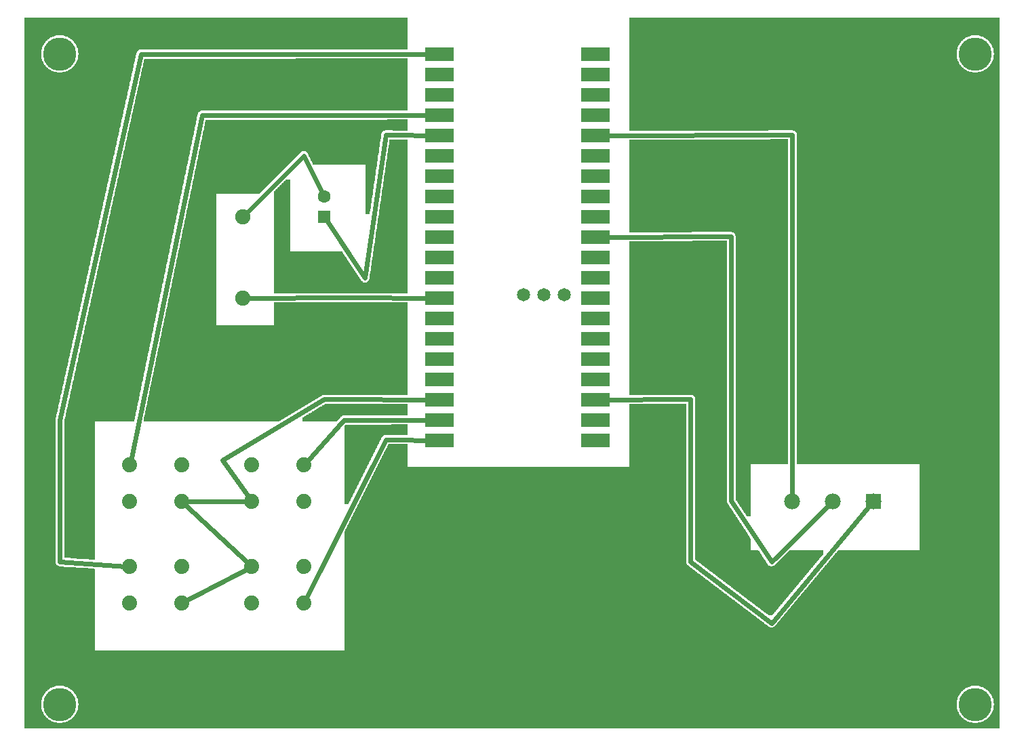
<source format=gbl>
G04 MADE WITH FRITZING*
G04 WWW.FRITZING.ORG*
G04 DOUBLE SIDED*
G04 HOLES PLATED*
G04 CONTOUR ON CENTER OF CONTOUR VECTOR*
%ASAXBY*%
%FSLAX23Y23*%
%MOIN*%
%OFA0B0*%
%SFA1.0B1.0*%
%ADD10C,0.075000*%
%ADD11C,0.062992*%
%ADD12C,0.163386*%
%ADD13C,0.064944*%
%ADD14C,0.078000*%
%ADD15C,0.074000*%
%ADD16R,0.062992X0.062992*%
%ADD17R,0.143667X0.070200*%
%ADD18R,0.144000X0.070200*%
%ADD19R,0.078000X0.078000*%
%ADD20C,0.024000*%
%ADD21C,0.000100*%
%LNCOPPER0*%
G90*
G70*
G54D10*
X338Y3466D03*
X673Y3255D03*
X1494Y2908D03*
X3092Y2858D03*
X1859Y2762D03*
X3091Y2358D03*
X1688Y1461D03*
G54D11*
X1514Y2559D03*
X1514Y2658D03*
G54D10*
X1114Y2559D03*
X1114Y2159D03*
G54D12*
X4714Y159D03*
X4714Y3359D03*
X214Y159D03*
X214Y3359D03*
G54D13*
X2114Y3359D03*
X2114Y3259D03*
X2114Y3159D03*
X2114Y3059D03*
X2114Y2959D03*
X2114Y2859D03*
X2114Y2759D03*
X2114Y2659D03*
X2114Y2559D03*
X2114Y2459D03*
X2114Y2359D03*
X2114Y2259D03*
X2114Y2159D03*
X2114Y2059D03*
X2114Y1959D03*
X2114Y1859D03*
X2114Y1759D03*
X2114Y1659D03*
X2114Y1559D03*
X2114Y1459D03*
X2813Y1459D03*
X2813Y1559D03*
X2813Y1659D03*
X2813Y1759D03*
X2813Y1859D03*
X2813Y1959D03*
X2813Y2059D03*
X2813Y2159D03*
X2813Y2259D03*
X2813Y2359D03*
X2813Y2459D03*
X2813Y2559D03*
X2813Y2659D03*
X2813Y2759D03*
X2813Y2859D03*
X2813Y2959D03*
X2813Y3059D03*
X2813Y3159D03*
X2813Y3259D03*
X2813Y3359D03*
X2493Y2176D03*
X2593Y2176D03*
X2693Y2176D03*
G54D14*
X4214Y1159D03*
X4014Y1159D03*
X3814Y1159D03*
G54D15*
X558Y837D03*
X814Y837D03*
X558Y659D03*
X814Y659D03*
X1158Y837D03*
X1414Y837D03*
X1158Y659D03*
X1414Y659D03*
X1158Y1337D03*
X1414Y1337D03*
X1158Y1159D03*
X1414Y1159D03*
X558Y1337D03*
X814Y1337D03*
X558Y1159D03*
X814Y1159D03*
G54D16*
X1514Y2559D03*
G54D17*
X2081Y3359D03*
G54D18*
X2081Y3259D03*
X2081Y3159D03*
X2081Y3059D03*
X2081Y2959D03*
X2081Y2859D03*
X2081Y2759D03*
X2081Y2659D03*
X2081Y2559D03*
X2081Y2459D03*
X2081Y2359D03*
X2081Y2259D03*
X2081Y2159D03*
X2081Y2059D03*
X2081Y1959D03*
X2081Y1859D03*
X2081Y1759D03*
X2081Y1659D03*
X2081Y1559D03*
X2081Y1459D03*
X2846Y1459D03*
X2846Y1559D03*
X2846Y1659D03*
X2846Y1759D03*
X2846Y1859D03*
X2846Y1959D03*
X2846Y2059D03*
X2846Y2159D03*
X2846Y2259D03*
X2846Y2359D03*
X2846Y2459D03*
X2846Y2559D03*
X2846Y2659D03*
X2846Y2759D03*
X2846Y2859D03*
X2846Y2959D03*
X2846Y3059D03*
X2846Y3159D03*
X2846Y3259D03*
X2846Y3359D03*
G54D19*
X4214Y1159D03*
G54D20*
X1611Y2160D02*
X2088Y2159D01*
D02*
X1131Y2159D02*
X1611Y2160D01*
D02*
X1413Y2859D02*
X1126Y2572D01*
D02*
X1507Y2672D02*
X1413Y2859D01*
D02*
X1015Y1360D02*
X1515Y1661D01*
D02*
X1515Y1661D02*
X2088Y1659D01*
D02*
X1146Y1176D02*
X1015Y1360D01*
D02*
X834Y1159D02*
X1138Y1159D01*
D02*
X3815Y2961D02*
X2839Y2959D01*
D02*
X3814Y1178D02*
X3815Y2961D01*
D02*
X3514Y2461D02*
X2839Y2459D01*
D02*
X3712Y860D02*
X3514Y1161D01*
D02*
X3514Y1161D02*
X3514Y2461D01*
D02*
X4000Y1146D02*
X3712Y860D01*
D02*
X3315Y860D02*
X3315Y1661D01*
D02*
X3315Y1661D02*
X2839Y1659D01*
D02*
X3712Y559D02*
X3315Y860D01*
D02*
X4201Y1145D02*
X3712Y559D01*
D02*
X612Y3358D02*
X2088Y3359D01*
D02*
X215Y1558D02*
X612Y3358D01*
D02*
X215Y860D02*
X215Y1558D01*
D02*
X538Y839D02*
X215Y860D01*
D02*
X1611Y1558D02*
X2088Y1559D01*
D02*
X1427Y1352D02*
X1611Y1558D01*
D02*
X1816Y1462D02*
X2088Y1459D01*
D02*
X1423Y677D02*
X1816Y1462D01*
D02*
X1143Y851D02*
X828Y1146D01*
D02*
X831Y668D02*
X1140Y828D01*
D02*
X562Y1357D02*
X913Y3057D01*
D02*
X913Y3057D02*
X2088Y3059D01*
D02*
X1816Y2961D02*
X2088Y2959D01*
D02*
X1522Y2546D02*
X1714Y2257D01*
D02*
X1714Y2257D02*
X1816Y2961D01*
G54D21*
G36*
X40Y3538D02*
X40Y3452D01*
X218Y3452D01*
X218Y3450D01*
X232Y3450D01*
X232Y3448D01*
X240Y3448D01*
X240Y3446D01*
X246Y3446D01*
X246Y3444D01*
X252Y3444D01*
X252Y3442D01*
X256Y3442D01*
X256Y3440D01*
X258Y3440D01*
X258Y3438D01*
X262Y3438D01*
X262Y3436D01*
X266Y3436D01*
X266Y3434D01*
X268Y3434D01*
X268Y3432D01*
X270Y3432D01*
X270Y3430D01*
X274Y3430D01*
X274Y3428D01*
X276Y3428D01*
X276Y3426D01*
X278Y3426D01*
X278Y3424D01*
X280Y3424D01*
X280Y3422D01*
X282Y3422D01*
X282Y3420D01*
X284Y3420D01*
X284Y3416D01*
X286Y3416D01*
X286Y3414D01*
X288Y3414D01*
X288Y3412D01*
X290Y3412D01*
X290Y3408D01*
X292Y3408D01*
X292Y3406D01*
X294Y3406D01*
X294Y3402D01*
X296Y3402D01*
X296Y3398D01*
X298Y3398D01*
X298Y3392D01*
X300Y3392D01*
X300Y3388D01*
X302Y3388D01*
X302Y3380D01*
X304Y3380D01*
X304Y3364D01*
X306Y3364D01*
X306Y3354D01*
X304Y3354D01*
X304Y3340D01*
X302Y3340D01*
X302Y3332D01*
X300Y3332D01*
X300Y3326D01*
X298Y3326D01*
X298Y3322D01*
X296Y3322D01*
X296Y3318D01*
X294Y3318D01*
X294Y3314D01*
X292Y3314D01*
X292Y3310D01*
X290Y3310D01*
X290Y3308D01*
X288Y3308D01*
X288Y3304D01*
X286Y3304D01*
X286Y3302D01*
X284Y3302D01*
X284Y3300D01*
X282Y3300D01*
X282Y3298D01*
X280Y3298D01*
X280Y3296D01*
X278Y3296D01*
X278Y3294D01*
X276Y3294D01*
X276Y3292D01*
X274Y3292D01*
X274Y3290D01*
X272Y3290D01*
X272Y3288D01*
X270Y3288D01*
X270Y3286D01*
X266Y3286D01*
X266Y3284D01*
X264Y3284D01*
X264Y3282D01*
X260Y3282D01*
X260Y3280D01*
X258Y3280D01*
X258Y3278D01*
X254Y3278D01*
X254Y3276D01*
X250Y3276D01*
X250Y3274D01*
X244Y3274D01*
X244Y3272D01*
X236Y3272D01*
X236Y3270D01*
X228Y3270D01*
X228Y3268D01*
X570Y3268D01*
X570Y3274D01*
X572Y3274D01*
X572Y3284D01*
X574Y3284D01*
X574Y3292D01*
X576Y3292D01*
X576Y3302D01*
X578Y3302D01*
X578Y3310D01*
X580Y3310D01*
X580Y3320D01*
X582Y3320D01*
X582Y3328D01*
X584Y3328D01*
X584Y3338D01*
X586Y3338D01*
X586Y3346D01*
X588Y3346D01*
X588Y3356D01*
X590Y3356D01*
X590Y3364D01*
X592Y3364D01*
X592Y3370D01*
X594Y3370D01*
X594Y3372D01*
X596Y3372D01*
X596Y3374D01*
X598Y3374D01*
X598Y3376D01*
X600Y3376D01*
X600Y3378D01*
X604Y3378D01*
X604Y3380D01*
X1360Y3380D01*
X1360Y3382D01*
X1924Y3382D01*
X1924Y3538D01*
X40Y3538D01*
G37*
D02*
G36*
X3012Y3538D02*
X3012Y3452D01*
X4718Y3452D01*
X4718Y3450D01*
X4732Y3450D01*
X4732Y3448D01*
X4740Y3448D01*
X4740Y3446D01*
X4746Y3446D01*
X4746Y3444D01*
X4752Y3444D01*
X4752Y3442D01*
X4756Y3442D01*
X4756Y3440D01*
X4758Y3440D01*
X4758Y3438D01*
X4762Y3438D01*
X4762Y3436D01*
X4766Y3436D01*
X4766Y3434D01*
X4768Y3434D01*
X4768Y3432D01*
X4770Y3432D01*
X4770Y3430D01*
X4774Y3430D01*
X4774Y3428D01*
X4776Y3428D01*
X4776Y3426D01*
X4778Y3426D01*
X4778Y3424D01*
X4780Y3424D01*
X4780Y3422D01*
X4782Y3422D01*
X4782Y3420D01*
X4784Y3420D01*
X4784Y3416D01*
X4786Y3416D01*
X4786Y3414D01*
X4788Y3414D01*
X4788Y3412D01*
X4790Y3412D01*
X4790Y3408D01*
X4792Y3408D01*
X4792Y3406D01*
X4794Y3406D01*
X4794Y3402D01*
X4796Y3402D01*
X4796Y3398D01*
X4798Y3398D01*
X4798Y3392D01*
X4800Y3392D01*
X4800Y3388D01*
X4802Y3388D01*
X4802Y3380D01*
X4804Y3380D01*
X4804Y3364D01*
X4806Y3364D01*
X4806Y3354D01*
X4804Y3354D01*
X4804Y3340D01*
X4802Y3340D01*
X4802Y3332D01*
X4800Y3332D01*
X4800Y3326D01*
X4798Y3326D01*
X4798Y3322D01*
X4796Y3322D01*
X4796Y3318D01*
X4794Y3318D01*
X4794Y3314D01*
X4792Y3314D01*
X4792Y3310D01*
X4790Y3310D01*
X4790Y3308D01*
X4788Y3308D01*
X4788Y3304D01*
X4786Y3304D01*
X4786Y3302D01*
X4784Y3302D01*
X4784Y3300D01*
X4782Y3300D01*
X4782Y3298D01*
X4780Y3298D01*
X4780Y3296D01*
X4778Y3296D01*
X4778Y3294D01*
X4776Y3294D01*
X4776Y3292D01*
X4774Y3292D01*
X4774Y3290D01*
X4772Y3290D01*
X4772Y3288D01*
X4770Y3288D01*
X4770Y3286D01*
X4766Y3286D01*
X4766Y3284D01*
X4764Y3284D01*
X4764Y3282D01*
X4760Y3282D01*
X4760Y3280D01*
X4758Y3280D01*
X4758Y3278D01*
X4754Y3278D01*
X4754Y3276D01*
X4750Y3276D01*
X4750Y3274D01*
X4744Y3274D01*
X4744Y3272D01*
X4736Y3272D01*
X4736Y3270D01*
X4728Y3270D01*
X4728Y3268D01*
X4834Y3268D01*
X4834Y3538D01*
X3012Y3538D01*
G37*
D02*
G36*
X40Y3452D02*
X40Y3268D01*
X200Y3268D01*
X200Y3270D01*
X190Y3270D01*
X190Y3272D01*
X184Y3272D01*
X184Y3274D01*
X178Y3274D01*
X178Y3276D01*
X174Y3276D01*
X174Y3278D01*
X170Y3278D01*
X170Y3280D01*
X166Y3280D01*
X166Y3282D01*
X164Y3282D01*
X164Y3284D01*
X160Y3284D01*
X160Y3286D01*
X158Y3286D01*
X158Y3288D01*
X156Y3288D01*
X156Y3290D01*
X152Y3290D01*
X152Y3292D01*
X150Y3292D01*
X150Y3294D01*
X148Y3294D01*
X148Y3296D01*
X146Y3296D01*
X146Y3298D01*
X144Y3298D01*
X144Y3302D01*
X142Y3302D01*
X142Y3304D01*
X140Y3304D01*
X140Y3306D01*
X138Y3306D01*
X138Y3310D01*
X136Y3310D01*
X136Y3312D01*
X134Y3312D01*
X134Y3316D01*
X132Y3316D01*
X132Y3320D01*
X130Y3320D01*
X130Y3324D01*
X128Y3324D01*
X128Y3330D01*
X126Y3330D01*
X126Y3336D01*
X124Y3336D01*
X124Y3346D01*
X122Y3346D01*
X122Y3372D01*
X124Y3372D01*
X124Y3382D01*
X126Y3382D01*
X126Y3390D01*
X128Y3390D01*
X128Y3394D01*
X130Y3394D01*
X130Y3400D01*
X132Y3400D01*
X132Y3404D01*
X134Y3404D01*
X134Y3406D01*
X136Y3406D01*
X136Y3410D01*
X138Y3410D01*
X138Y3412D01*
X140Y3412D01*
X140Y3416D01*
X142Y3416D01*
X142Y3418D01*
X144Y3418D01*
X144Y3420D01*
X146Y3420D01*
X146Y3422D01*
X148Y3422D01*
X148Y3424D01*
X150Y3424D01*
X150Y3426D01*
X152Y3426D01*
X152Y3428D01*
X154Y3428D01*
X154Y3430D01*
X156Y3430D01*
X156Y3432D01*
X160Y3432D01*
X160Y3434D01*
X162Y3434D01*
X162Y3436D01*
X164Y3436D01*
X164Y3438D01*
X168Y3438D01*
X168Y3440D01*
X172Y3440D01*
X172Y3442D01*
X176Y3442D01*
X176Y3444D01*
X180Y3444D01*
X180Y3446D01*
X186Y3446D01*
X186Y3448D01*
X194Y3448D01*
X194Y3450D01*
X210Y3450D01*
X210Y3452D01*
X40Y3452D01*
G37*
D02*
G36*
X3012Y3452D02*
X3012Y3268D01*
X4700Y3268D01*
X4700Y3270D01*
X4690Y3270D01*
X4690Y3272D01*
X4684Y3272D01*
X4684Y3274D01*
X4678Y3274D01*
X4678Y3276D01*
X4674Y3276D01*
X4674Y3278D01*
X4670Y3278D01*
X4670Y3280D01*
X4666Y3280D01*
X4666Y3282D01*
X4664Y3282D01*
X4664Y3284D01*
X4660Y3284D01*
X4660Y3286D01*
X4658Y3286D01*
X4658Y3288D01*
X4656Y3288D01*
X4656Y3290D01*
X4652Y3290D01*
X4652Y3292D01*
X4650Y3292D01*
X4650Y3294D01*
X4648Y3294D01*
X4648Y3296D01*
X4646Y3296D01*
X4646Y3298D01*
X4644Y3298D01*
X4644Y3302D01*
X4642Y3302D01*
X4642Y3304D01*
X4640Y3304D01*
X4640Y3306D01*
X4638Y3306D01*
X4638Y3310D01*
X4636Y3310D01*
X4636Y3312D01*
X4634Y3312D01*
X4634Y3316D01*
X4632Y3316D01*
X4632Y3320D01*
X4630Y3320D01*
X4630Y3324D01*
X4628Y3324D01*
X4628Y3330D01*
X4626Y3330D01*
X4626Y3336D01*
X4624Y3336D01*
X4624Y3346D01*
X4622Y3346D01*
X4622Y3372D01*
X4624Y3372D01*
X4624Y3382D01*
X4626Y3382D01*
X4626Y3390D01*
X4628Y3390D01*
X4628Y3394D01*
X4630Y3394D01*
X4630Y3400D01*
X4632Y3400D01*
X4632Y3404D01*
X4634Y3404D01*
X4634Y3406D01*
X4636Y3406D01*
X4636Y3410D01*
X4638Y3410D01*
X4638Y3412D01*
X4640Y3412D01*
X4640Y3416D01*
X4642Y3416D01*
X4642Y3418D01*
X4644Y3418D01*
X4644Y3420D01*
X4646Y3420D01*
X4646Y3422D01*
X4648Y3422D01*
X4648Y3424D01*
X4650Y3424D01*
X4650Y3426D01*
X4652Y3426D01*
X4652Y3428D01*
X4654Y3428D01*
X4654Y3430D01*
X4656Y3430D01*
X4656Y3432D01*
X4660Y3432D01*
X4660Y3434D01*
X4662Y3434D01*
X4662Y3436D01*
X4664Y3436D01*
X4664Y3438D01*
X4668Y3438D01*
X4668Y3440D01*
X4672Y3440D01*
X4672Y3442D01*
X4676Y3442D01*
X4676Y3444D01*
X4680Y3444D01*
X4680Y3446D01*
X4686Y3446D01*
X4686Y3448D01*
X4694Y3448D01*
X4694Y3450D01*
X4710Y3450D01*
X4710Y3452D01*
X3012Y3452D01*
G37*
D02*
G36*
X40Y3268D02*
X40Y3266D01*
X570Y3266D01*
X570Y3268D01*
X40Y3268D01*
G37*
D02*
G36*
X40Y3268D02*
X40Y3266D01*
X570Y3266D01*
X570Y3268D01*
X40Y3268D01*
G37*
D02*
G36*
X3012Y3268D02*
X3012Y3266D01*
X4834Y3266D01*
X4834Y3268D01*
X3012Y3268D01*
G37*
D02*
G36*
X3012Y3268D02*
X3012Y3266D01*
X4834Y3266D01*
X4834Y3268D01*
X3012Y3268D01*
G37*
D02*
G36*
X40Y3266D02*
X40Y426D01*
X388Y426D01*
X388Y826D01*
X384Y826D01*
X384Y828D01*
X354Y828D01*
X354Y830D01*
X324Y830D01*
X324Y832D01*
X294Y832D01*
X294Y834D01*
X264Y834D01*
X264Y836D01*
X234Y836D01*
X234Y838D01*
X210Y838D01*
X210Y840D01*
X204Y840D01*
X204Y842D01*
X202Y842D01*
X202Y844D01*
X200Y844D01*
X200Y846D01*
X198Y846D01*
X198Y848D01*
X196Y848D01*
X196Y850D01*
X194Y850D01*
X194Y858D01*
X192Y858D01*
X192Y1560D01*
X194Y1560D01*
X194Y1570D01*
X196Y1570D01*
X196Y1580D01*
X198Y1580D01*
X198Y1588D01*
X200Y1588D01*
X200Y1598D01*
X202Y1598D01*
X202Y1606D01*
X204Y1606D01*
X204Y1616D01*
X206Y1616D01*
X206Y1626D01*
X208Y1626D01*
X208Y1634D01*
X210Y1634D01*
X210Y1644D01*
X212Y1644D01*
X212Y1652D01*
X214Y1652D01*
X214Y1662D01*
X216Y1662D01*
X216Y1670D01*
X218Y1670D01*
X218Y1680D01*
X220Y1680D01*
X220Y1688D01*
X222Y1688D01*
X222Y1698D01*
X224Y1698D01*
X224Y1706D01*
X226Y1706D01*
X226Y1716D01*
X228Y1716D01*
X228Y1724D01*
X230Y1724D01*
X230Y1734D01*
X232Y1734D01*
X232Y1742D01*
X234Y1742D01*
X234Y1752D01*
X236Y1752D01*
X236Y1762D01*
X238Y1762D01*
X238Y1770D01*
X240Y1770D01*
X240Y1780D01*
X242Y1780D01*
X242Y1788D01*
X244Y1788D01*
X244Y1798D01*
X246Y1798D01*
X246Y1806D01*
X248Y1806D01*
X248Y1816D01*
X250Y1816D01*
X250Y1824D01*
X252Y1824D01*
X252Y1834D01*
X254Y1834D01*
X254Y1842D01*
X256Y1842D01*
X256Y1852D01*
X258Y1852D01*
X258Y1860D01*
X260Y1860D01*
X260Y1870D01*
X262Y1870D01*
X262Y1878D01*
X264Y1878D01*
X264Y1888D01*
X266Y1888D01*
X266Y1896D01*
X268Y1896D01*
X268Y1906D01*
X270Y1906D01*
X270Y1916D01*
X272Y1916D01*
X272Y1924D01*
X274Y1924D01*
X274Y1934D01*
X276Y1934D01*
X276Y1942D01*
X278Y1942D01*
X278Y1952D01*
X280Y1952D01*
X280Y1960D01*
X282Y1960D01*
X282Y1970D01*
X284Y1970D01*
X284Y1978D01*
X286Y1978D01*
X286Y1988D01*
X288Y1988D01*
X288Y1996D01*
X290Y1996D01*
X290Y2006D01*
X292Y2006D01*
X292Y2014D01*
X294Y2014D01*
X294Y2024D01*
X296Y2024D01*
X296Y2032D01*
X298Y2032D01*
X298Y2042D01*
X300Y2042D01*
X300Y2050D01*
X302Y2050D01*
X302Y2060D01*
X304Y2060D01*
X304Y2070D01*
X306Y2070D01*
X306Y2078D01*
X308Y2078D01*
X308Y2088D01*
X310Y2088D01*
X310Y2096D01*
X312Y2096D01*
X312Y2106D01*
X314Y2106D01*
X314Y2114D01*
X316Y2114D01*
X316Y2124D01*
X318Y2124D01*
X318Y2132D01*
X320Y2132D01*
X320Y2142D01*
X322Y2142D01*
X322Y2150D01*
X324Y2150D01*
X324Y2160D01*
X326Y2160D01*
X326Y2168D01*
X328Y2168D01*
X328Y2178D01*
X330Y2178D01*
X330Y2186D01*
X332Y2186D01*
X332Y2196D01*
X334Y2196D01*
X334Y2206D01*
X336Y2206D01*
X336Y2214D01*
X338Y2214D01*
X338Y2224D01*
X340Y2224D01*
X340Y2232D01*
X342Y2232D01*
X342Y2242D01*
X344Y2242D01*
X344Y2250D01*
X346Y2250D01*
X346Y2260D01*
X348Y2260D01*
X348Y2268D01*
X350Y2268D01*
X350Y2278D01*
X352Y2278D01*
X352Y2286D01*
X354Y2286D01*
X354Y2296D01*
X356Y2296D01*
X356Y2304D01*
X358Y2304D01*
X358Y2314D01*
X360Y2314D01*
X360Y2322D01*
X362Y2322D01*
X362Y2332D01*
X364Y2332D01*
X364Y2340D01*
X366Y2340D01*
X366Y2350D01*
X368Y2350D01*
X368Y2360D01*
X370Y2360D01*
X370Y2368D01*
X372Y2368D01*
X372Y2378D01*
X374Y2378D01*
X374Y2386D01*
X376Y2386D01*
X376Y2396D01*
X378Y2396D01*
X378Y2404D01*
X380Y2404D01*
X380Y2414D01*
X382Y2414D01*
X382Y2422D01*
X384Y2422D01*
X384Y2432D01*
X386Y2432D01*
X386Y2440D01*
X388Y2440D01*
X388Y2450D01*
X390Y2450D01*
X390Y2458D01*
X392Y2458D01*
X392Y2468D01*
X394Y2468D01*
X394Y2476D01*
X396Y2476D01*
X396Y2486D01*
X398Y2486D01*
X398Y2494D01*
X400Y2494D01*
X400Y2504D01*
X402Y2504D01*
X402Y2514D01*
X404Y2514D01*
X404Y2522D01*
X406Y2522D01*
X406Y2532D01*
X408Y2532D01*
X408Y2540D01*
X410Y2540D01*
X410Y2550D01*
X412Y2550D01*
X412Y2558D01*
X414Y2558D01*
X414Y2568D01*
X416Y2568D01*
X416Y2576D01*
X418Y2576D01*
X418Y2586D01*
X420Y2586D01*
X420Y2594D01*
X422Y2594D01*
X422Y2604D01*
X424Y2604D01*
X424Y2612D01*
X426Y2612D01*
X426Y2622D01*
X428Y2622D01*
X428Y2630D01*
X430Y2630D01*
X430Y2640D01*
X432Y2640D01*
X432Y2650D01*
X434Y2650D01*
X434Y2658D01*
X436Y2658D01*
X436Y2668D01*
X438Y2668D01*
X438Y2676D01*
X440Y2676D01*
X440Y2686D01*
X442Y2686D01*
X442Y2694D01*
X444Y2694D01*
X444Y2704D01*
X446Y2704D01*
X446Y2712D01*
X448Y2712D01*
X448Y2722D01*
X450Y2722D01*
X450Y2730D01*
X452Y2730D01*
X452Y2740D01*
X454Y2740D01*
X454Y2748D01*
X456Y2748D01*
X456Y2758D01*
X458Y2758D01*
X458Y2766D01*
X460Y2766D01*
X460Y2776D01*
X462Y2776D01*
X462Y2784D01*
X464Y2784D01*
X464Y2794D01*
X466Y2794D01*
X466Y2804D01*
X468Y2804D01*
X468Y2812D01*
X470Y2812D01*
X470Y2822D01*
X472Y2822D01*
X472Y2830D01*
X474Y2830D01*
X474Y2840D01*
X476Y2840D01*
X476Y2848D01*
X478Y2848D01*
X478Y2858D01*
X480Y2858D01*
X480Y2866D01*
X482Y2866D01*
X482Y2876D01*
X484Y2876D01*
X484Y2884D01*
X486Y2884D01*
X486Y2894D01*
X488Y2894D01*
X488Y2902D01*
X490Y2902D01*
X490Y2912D01*
X492Y2912D01*
X492Y2920D01*
X494Y2920D01*
X494Y2930D01*
X496Y2930D01*
X496Y2938D01*
X498Y2938D01*
X498Y2948D01*
X500Y2948D01*
X500Y2958D01*
X502Y2958D01*
X502Y2966D01*
X504Y2966D01*
X504Y2976D01*
X506Y2976D01*
X506Y2984D01*
X508Y2984D01*
X508Y2994D01*
X510Y2994D01*
X510Y3002D01*
X512Y3002D01*
X512Y3012D01*
X514Y3012D01*
X514Y3020D01*
X516Y3020D01*
X516Y3030D01*
X518Y3030D01*
X518Y3038D01*
X520Y3038D01*
X520Y3048D01*
X522Y3048D01*
X522Y3056D01*
X524Y3056D01*
X524Y3066D01*
X526Y3066D01*
X526Y3074D01*
X528Y3074D01*
X528Y3084D01*
X530Y3084D01*
X530Y3094D01*
X532Y3094D01*
X532Y3102D01*
X534Y3102D01*
X534Y3112D01*
X536Y3112D01*
X536Y3120D01*
X538Y3120D01*
X538Y3130D01*
X540Y3130D01*
X540Y3138D01*
X542Y3138D01*
X542Y3148D01*
X544Y3148D01*
X544Y3156D01*
X546Y3156D01*
X546Y3166D01*
X548Y3166D01*
X548Y3174D01*
X550Y3174D01*
X550Y3184D01*
X552Y3184D01*
X552Y3192D01*
X554Y3192D01*
X554Y3202D01*
X556Y3202D01*
X556Y3210D01*
X558Y3210D01*
X558Y3220D01*
X560Y3220D01*
X560Y3228D01*
X562Y3228D01*
X562Y3238D01*
X564Y3238D01*
X564Y3248D01*
X566Y3248D01*
X566Y3256D01*
X568Y3256D01*
X568Y3266D01*
X40Y3266D01*
G37*
D02*
G36*
X3012Y3266D02*
X3012Y2984D01*
X3816Y2984D01*
X3816Y2982D01*
X3824Y2982D01*
X3824Y2980D01*
X3828Y2980D01*
X3828Y2978D01*
X3830Y2978D01*
X3830Y2976D01*
X3832Y2976D01*
X3832Y2974D01*
X3834Y2974D01*
X3834Y2970D01*
X3836Y2970D01*
X3836Y1342D01*
X4440Y1342D01*
X4440Y918D01*
X4040Y918D01*
X4040Y916D01*
X4038Y916D01*
X4038Y914D01*
X4036Y914D01*
X4036Y912D01*
X4034Y912D01*
X4034Y908D01*
X4032Y908D01*
X4032Y906D01*
X4030Y906D01*
X4030Y904D01*
X4028Y904D01*
X4028Y902D01*
X4026Y902D01*
X4026Y900D01*
X4024Y900D01*
X4024Y896D01*
X4022Y896D01*
X4022Y894D01*
X4020Y894D01*
X4020Y892D01*
X4018Y892D01*
X4018Y890D01*
X4016Y890D01*
X4016Y888D01*
X4014Y888D01*
X4014Y884D01*
X4012Y884D01*
X4012Y882D01*
X4010Y882D01*
X4010Y880D01*
X4008Y880D01*
X4008Y878D01*
X4006Y878D01*
X4006Y876D01*
X4004Y876D01*
X4004Y874D01*
X4002Y874D01*
X4002Y870D01*
X4000Y870D01*
X4000Y868D01*
X3998Y868D01*
X3998Y866D01*
X3996Y866D01*
X3996Y864D01*
X3994Y864D01*
X3994Y862D01*
X3992Y862D01*
X3992Y858D01*
X3990Y858D01*
X3990Y856D01*
X3988Y856D01*
X3988Y854D01*
X3986Y854D01*
X3986Y852D01*
X3984Y852D01*
X3984Y850D01*
X3982Y850D01*
X3982Y846D01*
X3980Y846D01*
X3980Y844D01*
X3978Y844D01*
X3978Y842D01*
X3976Y842D01*
X3976Y840D01*
X3974Y840D01*
X3974Y838D01*
X3972Y838D01*
X3972Y834D01*
X3970Y834D01*
X3970Y832D01*
X3968Y832D01*
X3968Y830D01*
X3966Y830D01*
X3966Y828D01*
X3964Y828D01*
X3964Y826D01*
X3962Y826D01*
X3962Y822D01*
X3960Y822D01*
X3960Y820D01*
X3958Y820D01*
X3958Y818D01*
X3956Y818D01*
X3956Y816D01*
X3954Y816D01*
X3954Y814D01*
X3952Y814D01*
X3952Y810D01*
X3950Y810D01*
X3950Y808D01*
X3948Y808D01*
X3948Y806D01*
X3946Y806D01*
X3946Y804D01*
X3944Y804D01*
X3944Y802D01*
X3942Y802D01*
X3942Y798D01*
X3940Y798D01*
X3940Y796D01*
X3938Y796D01*
X3938Y794D01*
X3936Y794D01*
X3936Y792D01*
X3934Y792D01*
X3934Y790D01*
X3932Y790D01*
X3932Y786D01*
X3930Y786D01*
X3930Y784D01*
X3928Y784D01*
X3928Y782D01*
X3926Y782D01*
X3926Y780D01*
X3924Y780D01*
X3924Y778D01*
X3922Y778D01*
X3922Y774D01*
X3920Y774D01*
X3920Y772D01*
X3918Y772D01*
X3918Y770D01*
X3916Y770D01*
X3916Y768D01*
X3914Y768D01*
X3914Y766D01*
X3912Y766D01*
X3912Y762D01*
X3910Y762D01*
X3910Y760D01*
X3908Y760D01*
X3908Y758D01*
X3906Y758D01*
X3906Y756D01*
X3904Y756D01*
X3904Y754D01*
X3902Y754D01*
X3902Y750D01*
X3900Y750D01*
X3900Y748D01*
X3898Y748D01*
X3898Y746D01*
X3896Y746D01*
X3896Y744D01*
X3894Y744D01*
X3894Y742D01*
X3892Y742D01*
X3892Y738D01*
X3890Y738D01*
X3890Y736D01*
X3888Y736D01*
X3888Y734D01*
X3886Y734D01*
X3886Y732D01*
X3884Y732D01*
X3884Y730D01*
X3882Y730D01*
X3882Y726D01*
X3880Y726D01*
X3880Y724D01*
X3878Y724D01*
X3878Y722D01*
X3876Y722D01*
X3876Y720D01*
X3874Y720D01*
X3874Y718D01*
X3872Y718D01*
X3872Y714D01*
X3870Y714D01*
X3870Y712D01*
X3868Y712D01*
X3868Y710D01*
X3866Y710D01*
X3866Y708D01*
X3864Y708D01*
X3864Y706D01*
X3862Y706D01*
X3862Y704D01*
X3860Y704D01*
X3860Y700D01*
X3858Y700D01*
X3858Y698D01*
X3856Y698D01*
X3856Y696D01*
X3854Y696D01*
X3854Y694D01*
X3852Y694D01*
X3852Y692D01*
X3850Y692D01*
X3850Y688D01*
X3848Y688D01*
X3848Y686D01*
X3846Y686D01*
X3846Y684D01*
X3844Y684D01*
X3844Y682D01*
X3842Y682D01*
X3842Y680D01*
X3840Y680D01*
X3840Y676D01*
X3838Y676D01*
X3838Y674D01*
X3836Y674D01*
X3836Y672D01*
X3834Y672D01*
X3834Y670D01*
X3832Y670D01*
X3832Y668D01*
X3830Y668D01*
X3830Y664D01*
X3828Y664D01*
X3828Y662D01*
X3826Y662D01*
X3826Y660D01*
X3824Y660D01*
X3824Y658D01*
X3822Y658D01*
X3822Y656D01*
X3820Y656D01*
X3820Y652D01*
X3818Y652D01*
X3818Y650D01*
X3816Y650D01*
X3816Y648D01*
X3814Y648D01*
X3814Y646D01*
X3812Y646D01*
X3812Y644D01*
X3810Y644D01*
X3810Y640D01*
X3808Y640D01*
X3808Y638D01*
X3806Y638D01*
X3806Y636D01*
X3804Y636D01*
X3804Y634D01*
X3802Y634D01*
X3802Y632D01*
X3800Y632D01*
X3800Y628D01*
X3798Y628D01*
X3798Y626D01*
X3796Y626D01*
X3796Y624D01*
X3794Y624D01*
X3794Y622D01*
X3792Y622D01*
X3792Y620D01*
X3790Y620D01*
X3790Y616D01*
X3788Y616D01*
X3788Y614D01*
X3786Y614D01*
X3786Y612D01*
X3784Y612D01*
X3784Y610D01*
X3782Y610D01*
X3782Y608D01*
X3780Y608D01*
X3780Y604D01*
X3778Y604D01*
X3778Y602D01*
X3776Y602D01*
X3776Y600D01*
X3774Y600D01*
X3774Y598D01*
X3772Y598D01*
X3772Y596D01*
X3770Y596D01*
X3770Y592D01*
X3768Y592D01*
X3768Y590D01*
X3766Y590D01*
X3766Y588D01*
X3764Y588D01*
X3764Y586D01*
X3762Y586D01*
X3762Y584D01*
X3760Y584D01*
X3760Y580D01*
X3758Y580D01*
X3758Y578D01*
X3756Y578D01*
X3756Y576D01*
X3754Y576D01*
X3754Y574D01*
X3752Y574D01*
X3752Y572D01*
X3750Y572D01*
X3750Y568D01*
X3748Y568D01*
X3748Y566D01*
X3746Y566D01*
X3746Y564D01*
X3744Y564D01*
X3744Y562D01*
X3742Y562D01*
X3742Y560D01*
X3740Y560D01*
X3740Y556D01*
X3738Y556D01*
X3738Y554D01*
X3736Y554D01*
X3736Y552D01*
X3734Y552D01*
X3734Y550D01*
X3732Y550D01*
X3732Y548D01*
X3730Y548D01*
X3730Y546D01*
X3728Y546D01*
X3728Y544D01*
X3726Y544D01*
X3726Y542D01*
X3724Y542D01*
X3724Y540D01*
X3720Y540D01*
X3720Y538D01*
X4834Y538D01*
X4834Y3266D01*
X3012Y3266D01*
G37*
D02*
G36*
X3012Y2984D02*
X3012Y2982D01*
X3698Y2982D01*
X3698Y2984D01*
X3012Y2984D01*
G37*
D02*
G36*
X3012Y1638D02*
X3012Y1328D01*
X3292Y1328D01*
X3292Y1638D01*
X3012Y1638D01*
G37*
D02*
G36*
X1830Y1440D02*
X1830Y1438D01*
X1828Y1438D01*
X1828Y1434D01*
X1826Y1434D01*
X1826Y1430D01*
X1824Y1430D01*
X1824Y1426D01*
X1822Y1426D01*
X1822Y1422D01*
X1820Y1422D01*
X1820Y1418D01*
X1818Y1418D01*
X1818Y1416D01*
X1816Y1416D01*
X1816Y1412D01*
X1814Y1412D01*
X1814Y1408D01*
X1812Y1408D01*
X1812Y1404D01*
X1810Y1404D01*
X1810Y1400D01*
X1808Y1400D01*
X1808Y1396D01*
X1806Y1396D01*
X1806Y1392D01*
X1804Y1392D01*
X1804Y1388D01*
X1802Y1388D01*
X1802Y1384D01*
X1800Y1384D01*
X1800Y1380D01*
X1798Y1380D01*
X1798Y1376D01*
X1796Y1376D01*
X1796Y1372D01*
X1794Y1372D01*
X1794Y1368D01*
X1792Y1368D01*
X1792Y1364D01*
X1790Y1364D01*
X1790Y1360D01*
X1788Y1360D01*
X1788Y1356D01*
X1786Y1356D01*
X1786Y1352D01*
X1784Y1352D01*
X1784Y1348D01*
X1782Y1348D01*
X1782Y1344D01*
X1780Y1344D01*
X1780Y1340D01*
X1778Y1340D01*
X1778Y1336D01*
X1776Y1336D01*
X1776Y1332D01*
X1774Y1332D01*
X1774Y1328D01*
X1924Y1328D01*
X1924Y1440D01*
X1830Y1440D01*
G37*
D02*
G36*
X1772Y1328D02*
X1772Y1326D01*
X3292Y1326D01*
X3292Y1328D01*
X1772Y1328D01*
G37*
D02*
G36*
X1772Y1328D02*
X1772Y1326D01*
X3292Y1326D01*
X3292Y1328D01*
X1772Y1328D01*
G37*
D02*
G36*
X1772Y1326D02*
X1772Y1324D01*
X1770Y1324D01*
X1770Y1320D01*
X1768Y1320D01*
X1768Y1316D01*
X1766Y1316D01*
X1766Y1312D01*
X1764Y1312D01*
X1764Y1308D01*
X1762Y1308D01*
X1762Y1304D01*
X1760Y1304D01*
X1760Y1300D01*
X1758Y1300D01*
X1758Y1296D01*
X1756Y1296D01*
X1756Y1292D01*
X1754Y1292D01*
X1754Y1288D01*
X1752Y1288D01*
X1752Y1284D01*
X1750Y1284D01*
X1750Y1280D01*
X1748Y1280D01*
X1748Y1276D01*
X1746Y1276D01*
X1746Y1272D01*
X1744Y1272D01*
X1744Y1268D01*
X1742Y1268D01*
X1742Y1264D01*
X1740Y1264D01*
X1740Y1260D01*
X1738Y1260D01*
X1738Y1256D01*
X1736Y1256D01*
X1736Y1252D01*
X1734Y1252D01*
X1734Y1248D01*
X1732Y1248D01*
X1732Y1244D01*
X1730Y1244D01*
X1730Y1240D01*
X1728Y1240D01*
X1728Y1236D01*
X1726Y1236D01*
X1726Y1232D01*
X1724Y1232D01*
X1724Y1228D01*
X1722Y1228D01*
X1722Y1224D01*
X1720Y1224D01*
X1720Y1220D01*
X1718Y1220D01*
X1718Y1216D01*
X1716Y1216D01*
X1716Y1212D01*
X1714Y1212D01*
X1714Y1208D01*
X1712Y1208D01*
X1712Y1204D01*
X1710Y1204D01*
X1710Y1200D01*
X1708Y1200D01*
X1708Y1196D01*
X1706Y1196D01*
X1706Y1192D01*
X1704Y1192D01*
X1704Y1188D01*
X1702Y1188D01*
X1702Y1184D01*
X1700Y1184D01*
X1700Y1180D01*
X1698Y1180D01*
X1698Y1176D01*
X1696Y1176D01*
X1696Y1172D01*
X1694Y1172D01*
X1694Y1168D01*
X1692Y1168D01*
X1692Y1164D01*
X1690Y1164D01*
X1690Y1160D01*
X1688Y1160D01*
X1688Y1156D01*
X1686Y1156D01*
X1686Y1152D01*
X1684Y1152D01*
X1684Y1148D01*
X1682Y1148D01*
X1682Y1144D01*
X1680Y1144D01*
X1680Y1140D01*
X1678Y1140D01*
X1678Y1136D01*
X1676Y1136D01*
X1676Y1132D01*
X1674Y1132D01*
X1674Y1128D01*
X1672Y1128D01*
X1672Y1124D01*
X1670Y1124D01*
X1670Y1120D01*
X1668Y1120D01*
X1668Y1116D01*
X1666Y1116D01*
X1666Y1112D01*
X1664Y1112D01*
X1664Y1108D01*
X1662Y1108D01*
X1662Y1104D01*
X1660Y1104D01*
X1660Y1100D01*
X1658Y1100D01*
X1658Y1096D01*
X1656Y1096D01*
X1656Y1092D01*
X1654Y1092D01*
X1654Y1088D01*
X1652Y1088D01*
X1652Y1084D01*
X1650Y1084D01*
X1650Y1080D01*
X1648Y1080D01*
X1648Y1076D01*
X1646Y1076D01*
X1646Y1072D01*
X1644Y1072D01*
X1644Y1068D01*
X1642Y1068D01*
X1642Y1064D01*
X1640Y1064D01*
X1640Y1060D01*
X1638Y1060D01*
X1638Y1056D01*
X1636Y1056D01*
X1636Y1052D01*
X1634Y1052D01*
X1634Y1048D01*
X1632Y1048D01*
X1632Y1044D01*
X1630Y1044D01*
X1630Y1040D01*
X1628Y1040D01*
X1628Y1036D01*
X1626Y1036D01*
X1626Y1032D01*
X1624Y1032D01*
X1624Y1028D01*
X1622Y1028D01*
X1622Y1024D01*
X1620Y1024D01*
X1620Y1020D01*
X1618Y1020D01*
X1618Y1016D01*
X1616Y1016D01*
X1616Y1012D01*
X1614Y1012D01*
X1614Y538D01*
X3704Y538D01*
X3704Y540D01*
X3700Y540D01*
X3700Y542D01*
X3698Y542D01*
X3698Y544D01*
X3694Y544D01*
X3694Y546D01*
X3692Y546D01*
X3692Y548D01*
X3690Y548D01*
X3690Y550D01*
X3686Y550D01*
X3686Y552D01*
X3684Y552D01*
X3684Y554D01*
X3682Y554D01*
X3682Y556D01*
X3678Y556D01*
X3678Y558D01*
X3676Y558D01*
X3676Y560D01*
X3674Y560D01*
X3674Y562D01*
X3672Y562D01*
X3672Y564D01*
X3668Y564D01*
X3668Y566D01*
X3666Y566D01*
X3666Y568D01*
X3664Y568D01*
X3664Y570D01*
X3660Y570D01*
X3660Y572D01*
X3658Y572D01*
X3658Y574D01*
X3656Y574D01*
X3656Y576D01*
X3652Y576D01*
X3652Y578D01*
X3650Y578D01*
X3650Y580D01*
X3648Y580D01*
X3648Y582D01*
X3644Y582D01*
X3644Y584D01*
X3642Y584D01*
X3642Y586D01*
X3640Y586D01*
X3640Y588D01*
X3636Y588D01*
X3636Y590D01*
X3634Y590D01*
X3634Y592D01*
X3632Y592D01*
X3632Y594D01*
X3628Y594D01*
X3628Y596D01*
X3626Y596D01*
X3626Y598D01*
X3624Y598D01*
X3624Y600D01*
X3620Y600D01*
X3620Y602D01*
X3618Y602D01*
X3618Y604D01*
X3616Y604D01*
X3616Y606D01*
X3612Y606D01*
X3612Y608D01*
X3610Y608D01*
X3610Y610D01*
X3608Y610D01*
X3608Y612D01*
X3606Y612D01*
X3606Y614D01*
X3602Y614D01*
X3602Y616D01*
X3600Y616D01*
X3600Y618D01*
X3598Y618D01*
X3598Y620D01*
X3594Y620D01*
X3594Y622D01*
X3592Y622D01*
X3592Y624D01*
X3590Y624D01*
X3590Y626D01*
X3586Y626D01*
X3586Y628D01*
X3584Y628D01*
X3584Y630D01*
X3582Y630D01*
X3582Y632D01*
X3578Y632D01*
X3578Y634D01*
X3576Y634D01*
X3576Y636D01*
X3574Y636D01*
X3574Y638D01*
X3570Y638D01*
X3570Y640D01*
X3568Y640D01*
X3568Y642D01*
X3566Y642D01*
X3566Y644D01*
X3562Y644D01*
X3562Y646D01*
X3560Y646D01*
X3560Y648D01*
X3558Y648D01*
X3558Y650D01*
X3554Y650D01*
X3554Y652D01*
X3552Y652D01*
X3552Y654D01*
X3550Y654D01*
X3550Y656D01*
X3546Y656D01*
X3546Y658D01*
X3544Y658D01*
X3544Y660D01*
X3542Y660D01*
X3542Y662D01*
X3540Y662D01*
X3540Y664D01*
X3536Y664D01*
X3536Y666D01*
X3534Y666D01*
X3534Y668D01*
X3532Y668D01*
X3532Y670D01*
X3528Y670D01*
X3528Y672D01*
X3526Y672D01*
X3526Y674D01*
X3524Y674D01*
X3524Y676D01*
X3520Y676D01*
X3520Y678D01*
X3518Y678D01*
X3518Y680D01*
X3516Y680D01*
X3516Y682D01*
X3512Y682D01*
X3512Y684D01*
X3510Y684D01*
X3510Y686D01*
X3508Y686D01*
X3508Y688D01*
X3504Y688D01*
X3504Y690D01*
X3502Y690D01*
X3502Y692D01*
X3500Y692D01*
X3500Y694D01*
X3496Y694D01*
X3496Y696D01*
X3494Y696D01*
X3494Y698D01*
X3492Y698D01*
X3492Y700D01*
X3488Y700D01*
X3488Y702D01*
X3486Y702D01*
X3486Y704D01*
X3484Y704D01*
X3484Y706D01*
X3480Y706D01*
X3480Y708D01*
X3478Y708D01*
X3478Y710D01*
X3476Y710D01*
X3476Y712D01*
X3472Y712D01*
X3472Y714D01*
X3470Y714D01*
X3470Y716D01*
X3468Y716D01*
X3468Y718D01*
X3466Y718D01*
X3466Y720D01*
X3462Y720D01*
X3462Y722D01*
X3460Y722D01*
X3460Y724D01*
X3458Y724D01*
X3458Y726D01*
X3454Y726D01*
X3454Y728D01*
X3452Y728D01*
X3452Y730D01*
X3450Y730D01*
X3450Y732D01*
X3446Y732D01*
X3446Y734D01*
X3444Y734D01*
X3444Y736D01*
X3442Y736D01*
X3442Y738D01*
X3438Y738D01*
X3438Y740D01*
X3436Y740D01*
X3436Y742D01*
X3434Y742D01*
X3434Y744D01*
X3430Y744D01*
X3430Y746D01*
X3428Y746D01*
X3428Y748D01*
X3426Y748D01*
X3426Y750D01*
X3422Y750D01*
X3422Y752D01*
X3420Y752D01*
X3420Y754D01*
X3418Y754D01*
X3418Y756D01*
X3414Y756D01*
X3414Y758D01*
X3412Y758D01*
X3412Y760D01*
X3410Y760D01*
X3410Y762D01*
X3406Y762D01*
X3406Y764D01*
X3404Y764D01*
X3404Y766D01*
X3402Y766D01*
X3402Y768D01*
X3400Y768D01*
X3400Y770D01*
X3396Y770D01*
X3396Y772D01*
X3394Y772D01*
X3394Y774D01*
X3392Y774D01*
X3392Y776D01*
X3388Y776D01*
X3388Y778D01*
X3386Y778D01*
X3386Y780D01*
X3384Y780D01*
X3384Y782D01*
X3380Y782D01*
X3380Y784D01*
X3378Y784D01*
X3378Y786D01*
X3376Y786D01*
X3376Y788D01*
X3372Y788D01*
X3372Y790D01*
X3370Y790D01*
X3370Y792D01*
X3368Y792D01*
X3368Y794D01*
X3364Y794D01*
X3364Y796D01*
X3362Y796D01*
X3362Y798D01*
X3360Y798D01*
X3360Y800D01*
X3356Y800D01*
X3356Y802D01*
X3354Y802D01*
X3354Y804D01*
X3352Y804D01*
X3352Y806D01*
X3348Y806D01*
X3348Y808D01*
X3346Y808D01*
X3346Y810D01*
X3344Y810D01*
X3344Y812D01*
X3340Y812D01*
X3340Y814D01*
X3338Y814D01*
X3338Y816D01*
X3336Y816D01*
X3336Y818D01*
X3334Y818D01*
X3334Y820D01*
X3330Y820D01*
X3330Y822D01*
X3328Y822D01*
X3328Y824D01*
X3326Y824D01*
X3326Y826D01*
X3322Y826D01*
X3322Y828D01*
X3320Y828D01*
X3320Y830D01*
X3318Y830D01*
X3318Y832D01*
X3314Y832D01*
X3314Y834D01*
X3312Y834D01*
X3312Y836D01*
X3310Y836D01*
X3310Y838D01*
X3306Y838D01*
X3306Y840D01*
X3304Y840D01*
X3304Y842D01*
X3302Y842D01*
X3302Y844D01*
X3300Y844D01*
X3300Y846D01*
X3298Y846D01*
X3298Y848D01*
X3296Y848D01*
X3296Y852D01*
X3294Y852D01*
X3294Y860D01*
X3292Y860D01*
X3292Y1326D01*
X1772Y1326D01*
G37*
D02*
G36*
X1614Y538D02*
X1614Y536D01*
X4834Y536D01*
X4834Y538D01*
X1614Y538D01*
G37*
D02*
G36*
X1614Y538D02*
X1614Y536D01*
X4834Y536D01*
X4834Y538D01*
X1614Y538D01*
G37*
D02*
G36*
X1614Y536D02*
X1614Y426D01*
X4834Y426D01*
X4834Y536D01*
X1614Y536D01*
G37*
D02*
G36*
X40Y426D02*
X40Y424D01*
X4834Y424D01*
X4834Y426D01*
X40Y426D01*
G37*
D02*
G36*
X40Y426D02*
X40Y424D01*
X4834Y424D01*
X4834Y426D01*
X40Y426D01*
G37*
D02*
G36*
X40Y424D02*
X40Y252D01*
X4716Y252D01*
X4716Y250D01*
X4732Y250D01*
X4732Y248D01*
X4740Y248D01*
X4740Y246D01*
X4746Y246D01*
X4746Y244D01*
X4752Y244D01*
X4752Y242D01*
X4756Y242D01*
X4756Y240D01*
X4758Y240D01*
X4758Y238D01*
X4762Y238D01*
X4762Y236D01*
X4766Y236D01*
X4766Y234D01*
X4768Y234D01*
X4768Y232D01*
X4770Y232D01*
X4770Y230D01*
X4774Y230D01*
X4774Y228D01*
X4776Y228D01*
X4776Y226D01*
X4778Y226D01*
X4778Y224D01*
X4780Y224D01*
X4780Y222D01*
X4782Y222D01*
X4782Y220D01*
X4784Y220D01*
X4784Y216D01*
X4786Y216D01*
X4786Y214D01*
X4788Y214D01*
X4788Y212D01*
X4790Y212D01*
X4790Y208D01*
X4792Y208D01*
X4792Y206D01*
X4794Y206D01*
X4794Y202D01*
X4796Y202D01*
X4796Y198D01*
X4798Y198D01*
X4798Y192D01*
X4800Y192D01*
X4800Y188D01*
X4802Y188D01*
X4802Y180D01*
X4804Y180D01*
X4804Y164D01*
X4806Y164D01*
X4806Y154D01*
X4804Y154D01*
X4804Y140D01*
X4802Y140D01*
X4802Y132D01*
X4800Y132D01*
X4800Y126D01*
X4798Y126D01*
X4798Y122D01*
X4796Y122D01*
X4796Y118D01*
X4794Y118D01*
X4794Y114D01*
X4792Y114D01*
X4792Y110D01*
X4790Y110D01*
X4790Y108D01*
X4788Y108D01*
X4788Y104D01*
X4786Y104D01*
X4786Y102D01*
X4784Y102D01*
X4784Y100D01*
X4782Y100D01*
X4782Y98D01*
X4780Y98D01*
X4780Y96D01*
X4778Y96D01*
X4778Y94D01*
X4776Y94D01*
X4776Y92D01*
X4774Y92D01*
X4774Y90D01*
X4772Y90D01*
X4772Y88D01*
X4770Y88D01*
X4770Y86D01*
X4766Y86D01*
X4766Y84D01*
X4764Y84D01*
X4764Y82D01*
X4760Y82D01*
X4760Y80D01*
X4758Y80D01*
X4758Y78D01*
X4754Y78D01*
X4754Y76D01*
X4750Y76D01*
X4750Y74D01*
X4744Y74D01*
X4744Y72D01*
X4736Y72D01*
X4736Y70D01*
X4728Y70D01*
X4728Y68D01*
X4834Y68D01*
X4834Y424D01*
X40Y424D01*
G37*
D02*
G36*
X40Y252D02*
X40Y68D01*
X200Y68D01*
X200Y70D01*
X190Y70D01*
X190Y72D01*
X184Y72D01*
X184Y74D01*
X178Y74D01*
X178Y76D01*
X174Y76D01*
X174Y78D01*
X170Y78D01*
X170Y80D01*
X166Y80D01*
X166Y82D01*
X164Y82D01*
X164Y84D01*
X160Y84D01*
X160Y86D01*
X158Y86D01*
X158Y88D01*
X156Y88D01*
X156Y90D01*
X152Y90D01*
X152Y92D01*
X150Y92D01*
X150Y94D01*
X148Y94D01*
X148Y96D01*
X146Y96D01*
X146Y98D01*
X144Y98D01*
X144Y102D01*
X142Y102D01*
X142Y104D01*
X140Y104D01*
X140Y106D01*
X138Y106D01*
X138Y110D01*
X136Y110D01*
X136Y112D01*
X134Y112D01*
X134Y116D01*
X132Y116D01*
X132Y120D01*
X130Y120D01*
X130Y124D01*
X128Y124D01*
X128Y130D01*
X126Y130D01*
X126Y136D01*
X124Y136D01*
X124Y146D01*
X122Y146D01*
X122Y172D01*
X124Y172D01*
X124Y182D01*
X126Y182D01*
X126Y190D01*
X128Y190D01*
X128Y194D01*
X130Y194D01*
X130Y200D01*
X132Y200D01*
X132Y204D01*
X134Y204D01*
X134Y206D01*
X136Y206D01*
X136Y210D01*
X138Y210D01*
X138Y212D01*
X140Y212D01*
X140Y216D01*
X142Y216D01*
X142Y218D01*
X144Y218D01*
X144Y220D01*
X146Y220D01*
X146Y222D01*
X148Y222D01*
X148Y224D01*
X150Y224D01*
X150Y226D01*
X152Y226D01*
X152Y228D01*
X154Y228D01*
X154Y230D01*
X156Y230D01*
X156Y232D01*
X160Y232D01*
X160Y234D01*
X162Y234D01*
X162Y236D01*
X164Y236D01*
X164Y238D01*
X168Y238D01*
X168Y240D01*
X172Y240D01*
X172Y242D01*
X176Y242D01*
X176Y244D01*
X180Y244D01*
X180Y246D01*
X186Y246D01*
X186Y248D01*
X194Y248D01*
X194Y250D01*
X210Y250D01*
X210Y252D01*
X40Y252D01*
G37*
D02*
G36*
X216Y252D02*
X216Y250D01*
X232Y250D01*
X232Y248D01*
X240Y248D01*
X240Y246D01*
X246Y246D01*
X246Y244D01*
X252Y244D01*
X252Y242D01*
X256Y242D01*
X256Y240D01*
X258Y240D01*
X258Y238D01*
X262Y238D01*
X262Y236D01*
X266Y236D01*
X266Y234D01*
X268Y234D01*
X268Y232D01*
X270Y232D01*
X270Y230D01*
X274Y230D01*
X274Y228D01*
X276Y228D01*
X276Y226D01*
X278Y226D01*
X278Y224D01*
X280Y224D01*
X280Y222D01*
X282Y222D01*
X282Y220D01*
X284Y220D01*
X284Y216D01*
X286Y216D01*
X286Y214D01*
X288Y214D01*
X288Y212D01*
X290Y212D01*
X290Y208D01*
X292Y208D01*
X292Y206D01*
X294Y206D01*
X294Y202D01*
X296Y202D01*
X296Y198D01*
X298Y198D01*
X298Y192D01*
X300Y192D01*
X300Y188D01*
X302Y188D01*
X302Y180D01*
X304Y180D01*
X304Y164D01*
X306Y164D01*
X306Y154D01*
X304Y154D01*
X304Y140D01*
X302Y140D01*
X302Y132D01*
X300Y132D01*
X300Y126D01*
X298Y126D01*
X298Y122D01*
X296Y122D01*
X296Y118D01*
X294Y118D01*
X294Y114D01*
X292Y114D01*
X292Y110D01*
X290Y110D01*
X290Y108D01*
X288Y108D01*
X288Y104D01*
X286Y104D01*
X286Y102D01*
X284Y102D01*
X284Y100D01*
X282Y100D01*
X282Y98D01*
X280Y98D01*
X280Y96D01*
X278Y96D01*
X278Y94D01*
X276Y94D01*
X276Y92D01*
X274Y92D01*
X274Y90D01*
X272Y90D01*
X272Y88D01*
X270Y88D01*
X270Y86D01*
X266Y86D01*
X266Y84D01*
X264Y84D01*
X264Y82D01*
X260Y82D01*
X260Y80D01*
X258Y80D01*
X258Y78D01*
X254Y78D01*
X254Y76D01*
X250Y76D01*
X250Y74D01*
X244Y74D01*
X244Y72D01*
X236Y72D01*
X236Y70D01*
X228Y70D01*
X228Y68D01*
X4700Y68D01*
X4700Y70D01*
X4690Y70D01*
X4690Y72D01*
X4684Y72D01*
X4684Y74D01*
X4678Y74D01*
X4678Y76D01*
X4674Y76D01*
X4674Y78D01*
X4670Y78D01*
X4670Y80D01*
X4666Y80D01*
X4666Y82D01*
X4664Y82D01*
X4664Y84D01*
X4660Y84D01*
X4660Y86D01*
X4658Y86D01*
X4658Y88D01*
X4656Y88D01*
X4656Y90D01*
X4652Y90D01*
X4652Y92D01*
X4650Y92D01*
X4650Y94D01*
X4648Y94D01*
X4648Y96D01*
X4646Y96D01*
X4646Y98D01*
X4644Y98D01*
X4644Y102D01*
X4642Y102D01*
X4642Y104D01*
X4640Y104D01*
X4640Y106D01*
X4638Y106D01*
X4638Y110D01*
X4636Y110D01*
X4636Y112D01*
X4634Y112D01*
X4634Y116D01*
X4632Y116D01*
X4632Y120D01*
X4630Y120D01*
X4630Y124D01*
X4628Y124D01*
X4628Y130D01*
X4626Y130D01*
X4626Y136D01*
X4624Y136D01*
X4624Y146D01*
X4622Y146D01*
X4622Y172D01*
X4624Y172D01*
X4624Y182D01*
X4626Y182D01*
X4626Y190D01*
X4628Y190D01*
X4628Y194D01*
X4630Y194D01*
X4630Y200D01*
X4632Y200D01*
X4632Y204D01*
X4634Y204D01*
X4634Y206D01*
X4636Y206D01*
X4636Y210D01*
X4638Y210D01*
X4638Y212D01*
X4640Y212D01*
X4640Y216D01*
X4642Y216D01*
X4642Y218D01*
X4644Y218D01*
X4644Y220D01*
X4646Y220D01*
X4646Y222D01*
X4648Y222D01*
X4648Y224D01*
X4650Y224D01*
X4650Y226D01*
X4652Y226D01*
X4652Y228D01*
X4654Y228D01*
X4654Y230D01*
X4656Y230D01*
X4656Y232D01*
X4660Y232D01*
X4660Y234D01*
X4662Y234D01*
X4662Y236D01*
X4664Y236D01*
X4664Y238D01*
X4668Y238D01*
X4668Y240D01*
X4672Y240D01*
X4672Y242D01*
X4676Y242D01*
X4676Y244D01*
X4680Y244D01*
X4680Y246D01*
X4686Y246D01*
X4686Y248D01*
X4694Y248D01*
X4694Y250D01*
X4710Y250D01*
X4710Y252D01*
X216Y252D01*
G37*
D02*
G36*
X40Y68D02*
X40Y66D01*
X4834Y66D01*
X4834Y68D01*
X40Y68D01*
G37*
D02*
G36*
X40Y68D02*
X40Y66D01*
X4834Y66D01*
X4834Y68D01*
X40Y68D01*
G37*
D02*
G36*
X40Y68D02*
X40Y66D01*
X4834Y66D01*
X4834Y68D01*
X40Y68D01*
G37*
D02*
G36*
X40Y66D02*
X40Y42D01*
X4834Y42D01*
X4834Y66D01*
X40Y66D01*
G37*
D02*
G36*
X200Y3402D02*
X200Y3400D01*
X194Y3400D01*
X194Y3398D01*
X190Y3398D01*
X190Y3396D01*
X188Y3396D01*
X188Y3394D01*
X186Y3394D01*
X186Y3392D01*
X182Y3392D01*
X182Y3390D01*
X180Y3390D01*
X180Y3386D01*
X178Y3386D01*
X178Y3384D01*
X176Y3384D01*
X176Y3380D01*
X174Y3380D01*
X174Y3376D01*
X172Y3376D01*
X172Y3370D01*
X170Y3370D01*
X170Y3348D01*
X172Y3348D01*
X172Y3342D01*
X174Y3342D01*
X174Y3338D01*
X176Y3338D01*
X176Y3334D01*
X178Y3334D01*
X178Y3332D01*
X180Y3332D01*
X180Y3330D01*
X182Y3330D01*
X182Y3328D01*
X184Y3328D01*
X184Y3326D01*
X186Y3326D01*
X186Y3324D01*
X188Y3324D01*
X188Y3322D01*
X192Y3322D01*
X192Y3320D01*
X196Y3320D01*
X196Y3318D01*
X202Y3318D01*
X202Y3316D01*
X226Y3316D01*
X226Y3318D01*
X232Y3318D01*
X232Y3320D01*
X234Y3320D01*
X234Y3322D01*
X238Y3322D01*
X238Y3324D01*
X240Y3324D01*
X240Y3326D01*
X244Y3326D01*
X244Y3328D01*
X246Y3328D01*
X246Y3330D01*
X248Y3330D01*
X248Y3334D01*
X250Y3334D01*
X250Y3336D01*
X252Y3336D01*
X252Y3340D01*
X254Y3340D01*
X254Y3344D01*
X256Y3344D01*
X256Y3374D01*
X254Y3374D01*
X254Y3380D01*
X252Y3380D01*
X252Y3382D01*
X250Y3382D01*
X250Y3386D01*
X248Y3386D01*
X248Y3388D01*
X246Y3388D01*
X246Y3390D01*
X244Y3390D01*
X244Y3392D01*
X242Y3392D01*
X242Y3394D01*
X240Y3394D01*
X240Y3396D01*
X236Y3396D01*
X236Y3398D01*
X232Y3398D01*
X232Y3400D01*
X228Y3400D01*
X228Y3402D01*
X200Y3402D01*
G37*
D02*
G36*
X4700Y3402D02*
X4700Y3400D01*
X4694Y3400D01*
X4694Y3398D01*
X4690Y3398D01*
X4690Y3396D01*
X4688Y3396D01*
X4688Y3394D01*
X4686Y3394D01*
X4686Y3392D01*
X4682Y3392D01*
X4682Y3390D01*
X4680Y3390D01*
X4680Y3386D01*
X4678Y3386D01*
X4678Y3384D01*
X4676Y3384D01*
X4676Y3380D01*
X4674Y3380D01*
X4674Y3376D01*
X4672Y3376D01*
X4672Y3370D01*
X4670Y3370D01*
X4670Y3348D01*
X4672Y3348D01*
X4672Y3342D01*
X4674Y3342D01*
X4674Y3338D01*
X4676Y3338D01*
X4676Y3334D01*
X4678Y3334D01*
X4678Y3332D01*
X4680Y3332D01*
X4680Y3330D01*
X4682Y3330D01*
X4682Y3328D01*
X4684Y3328D01*
X4684Y3326D01*
X4686Y3326D01*
X4686Y3324D01*
X4688Y3324D01*
X4688Y3322D01*
X4692Y3322D01*
X4692Y3320D01*
X4696Y3320D01*
X4696Y3318D01*
X4702Y3318D01*
X4702Y3316D01*
X4726Y3316D01*
X4726Y3318D01*
X4732Y3318D01*
X4732Y3320D01*
X4734Y3320D01*
X4734Y3322D01*
X4738Y3322D01*
X4738Y3324D01*
X4740Y3324D01*
X4740Y3326D01*
X4744Y3326D01*
X4744Y3328D01*
X4746Y3328D01*
X4746Y3330D01*
X4748Y3330D01*
X4748Y3334D01*
X4750Y3334D01*
X4750Y3336D01*
X4752Y3336D01*
X4752Y3340D01*
X4754Y3340D01*
X4754Y3344D01*
X4756Y3344D01*
X4756Y3374D01*
X4754Y3374D01*
X4754Y3380D01*
X4752Y3380D01*
X4752Y3382D01*
X4750Y3382D01*
X4750Y3386D01*
X4748Y3386D01*
X4748Y3388D01*
X4746Y3388D01*
X4746Y3390D01*
X4744Y3390D01*
X4744Y3392D01*
X4742Y3392D01*
X4742Y3394D01*
X4740Y3394D01*
X4740Y3396D01*
X4736Y3396D01*
X4736Y3398D01*
X4732Y3398D01*
X4732Y3400D01*
X4728Y3400D01*
X4728Y3402D01*
X4700Y3402D01*
G37*
D02*
G36*
X1374Y3338D02*
X1374Y3336D01*
X630Y3336D01*
X630Y3332D01*
X628Y3332D01*
X628Y3324D01*
X626Y3324D01*
X626Y3314D01*
X624Y3314D01*
X624Y3306D01*
X622Y3306D01*
X622Y3296D01*
X620Y3296D01*
X620Y3288D01*
X618Y3288D01*
X618Y3278D01*
X616Y3278D01*
X616Y3270D01*
X614Y3270D01*
X614Y3260D01*
X612Y3260D01*
X612Y3252D01*
X610Y3252D01*
X610Y3242D01*
X608Y3242D01*
X608Y3234D01*
X606Y3234D01*
X606Y3224D01*
X604Y3224D01*
X604Y3216D01*
X602Y3216D01*
X602Y3206D01*
X600Y3206D01*
X600Y3196D01*
X598Y3196D01*
X598Y3188D01*
X596Y3188D01*
X596Y3178D01*
X594Y3178D01*
X594Y3170D01*
X592Y3170D01*
X592Y3160D01*
X590Y3160D01*
X590Y3152D01*
X588Y3152D01*
X588Y3142D01*
X586Y3142D01*
X586Y3134D01*
X584Y3134D01*
X584Y3124D01*
X582Y3124D01*
X582Y3116D01*
X580Y3116D01*
X580Y3106D01*
X578Y3106D01*
X578Y3098D01*
X576Y3098D01*
X576Y3088D01*
X574Y3088D01*
X574Y3080D01*
X572Y3080D01*
X572Y3070D01*
X570Y3070D01*
X570Y3060D01*
X568Y3060D01*
X568Y3052D01*
X566Y3052D01*
X566Y3042D01*
X564Y3042D01*
X564Y3034D01*
X562Y3034D01*
X562Y3024D01*
X560Y3024D01*
X560Y3016D01*
X558Y3016D01*
X558Y3006D01*
X556Y3006D01*
X556Y2998D01*
X554Y2998D01*
X554Y2988D01*
X552Y2988D01*
X552Y2980D01*
X550Y2980D01*
X550Y2970D01*
X548Y2970D01*
X548Y2962D01*
X546Y2962D01*
X546Y2952D01*
X544Y2952D01*
X544Y2944D01*
X542Y2944D01*
X542Y2934D01*
X540Y2934D01*
X540Y2926D01*
X538Y2926D01*
X538Y2916D01*
X536Y2916D01*
X536Y2906D01*
X534Y2906D01*
X534Y2898D01*
X532Y2898D01*
X532Y2888D01*
X530Y2888D01*
X530Y2880D01*
X528Y2880D01*
X528Y2870D01*
X526Y2870D01*
X526Y2862D01*
X524Y2862D01*
X524Y2852D01*
X522Y2852D01*
X522Y2844D01*
X520Y2844D01*
X520Y2834D01*
X518Y2834D01*
X518Y2826D01*
X516Y2826D01*
X516Y2816D01*
X514Y2816D01*
X514Y2808D01*
X512Y2808D01*
X512Y2798D01*
X510Y2798D01*
X510Y2790D01*
X508Y2790D01*
X508Y2780D01*
X506Y2780D01*
X506Y2772D01*
X504Y2772D01*
X504Y2762D01*
X502Y2762D01*
X502Y2752D01*
X500Y2752D01*
X500Y2744D01*
X498Y2744D01*
X498Y2734D01*
X496Y2734D01*
X496Y2726D01*
X494Y2726D01*
X494Y2716D01*
X492Y2716D01*
X492Y2708D01*
X490Y2708D01*
X490Y2698D01*
X488Y2698D01*
X488Y2690D01*
X486Y2690D01*
X486Y2680D01*
X484Y2680D01*
X484Y2672D01*
X482Y2672D01*
X482Y2662D01*
X480Y2662D01*
X480Y2654D01*
X478Y2654D01*
X478Y2644D01*
X476Y2644D01*
X476Y2636D01*
X474Y2636D01*
X474Y2626D01*
X472Y2626D01*
X472Y2618D01*
X470Y2618D01*
X470Y2608D01*
X468Y2608D01*
X468Y2598D01*
X466Y2598D01*
X466Y2590D01*
X464Y2590D01*
X464Y2580D01*
X462Y2580D01*
X462Y2572D01*
X460Y2572D01*
X460Y2562D01*
X458Y2562D01*
X458Y2554D01*
X456Y2554D01*
X456Y2544D01*
X454Y2544D01*
X454Y2536D01*
X452Y2536D01*
X452Y2526D01*
X450Y2526D01*
X450Y2518D01*
X448Y2518D01*
X448Y2508D01*
X446Y2508D01*
X446Y2500D01*
X444Y2500D01*
X444Y2490D01*
X442Y2490D01*
X442Y2482D01*
X440Y2482D01*
X440Y2472D01*
X438Y2472D01*
X438Y2462D01*
X436Y2462D01*
X436Y2454D01*
X434Y2454D01*
X434Y2444D01*
X432Y2444D01*
X432Y2436D01*
X430Y2436D01*
X430Y2426D01*
X428Y2426D01*
X428Y2418D01*
X426Y2418D01*
X426Y2408D01*
X424Y2408D01*
X424Y2400D01*
X422Y2400D01*
X422Y2390D01*
X420Y2390D01*
X420Y2382D01*
X418Y2382D01*
X418Y2372D01*
X416Y2372D01*
X416Y2364D01*
X414Y2364D01*
X414Y2354D01*
X412Y2354D01*
X412Y2346D01*
X410Y2346D01*
X410Y2336D01*
X408Y2336D01*
X408Y2328D01*
X406Y2328D01*
X406Y2318D01*
X404Y2318D01*
X404Y2308D01*
X402Y2308D01*
X402Y2300D01*
X400Y2300D01*
X400Y2290D01*
X398Y2290D01*
X398Y2282D01*
X396Y2282D01*
X396Y2272D01*
X394Y2272D01*
X394Y2264D01*
X392Y2264D01*
X392Y2254D01*
X390Y2254D01*
X390Y2246D01*
X388Y2246D01*
X388Y2236D01*
X386Y2236D01*
X386Y2228D01*
X384Y2228D01*
X384Y2218D01*
X382Y2218D01*
X382Y2210D01*
X380Y2210D01*
X380Y2200D01*
X378Y2200D01*
X378Y2192D01*
X376Y2192D01*
X376Y2182D01*
X374Y2182D01*
X374Y2174D01*
X372Y2174D01*
X372Y2164D01*
X370Y2164D01*
X370Y2154D01*
X368Y2154D01*
X368Y2146D01*
X366Y2146D01*
X366Y2136D01*
X364Y2136D01*
X364Y2128D01*
X362Y2128D01*
X362Y2118D01*
X360Y2118D01*
X360Y2110D01*
X358Y2110D01*
X358Y2100D01*
X356Y2100D01*
X356Y2092D01*
X354Y2092D01*
X354Y2082D01*
X352Y2082D01*
X352Y2074D01*
X350Y2074D01*
X350Y2064D01*
X348Y2064D01*
X348Y2056D01*
X346Y2056D01*
X346Y2046D01*
X344Y2046D01*
X344Y2038D01*
X342Y2038D01*
X342Y2028D01*
X340Y2028D01*
X340Y2020D01*
X338Y2020D01*
X338Y2010D01*
X336Y2010D01*
X336Y2000D01*
X334Y2000D01*
X334Y1992D01*
X332Y1992D01*
X332Y1982D01*
X330Y1982D01*
X330Y1974D01*
X328Y1974D01*
X328Y1964D01*
X326Y1964D01*
X326Y1956D01*
X324Y1956D01*
X324Y1946D01*
X322Y1946D01*
X322Y1938D01*
X320Y1938D01*
X320Y1928D01*
X318Y1928D01*
X318Y1920D01*
X316Y1920D01*
X316Y1910D01*
X314Y1910D01*
X314Y1902D01*
X312Y1902D01*
X312Y1892D01*
X310Y1892D01*
X310Y1884D01*
X308Y1884D01*
X308Y1874D01*
X306Y1874D01*
X306Y1866D01*
X304Y1866D01*
X304Y1856D01*
X302Y1856D01*
X302Y1846D01*
X300Y1846D01*
X300Y1838D01*
X298Y1838D01*
X298Y1828D01*
X296Y1828D01*
X296Y1820D01*
X294Y1820D01*
X294Y1810D01*
X292Y1810D01*
X292Y1802D01*
X290Y1802D01*
X290Y1792D01*
X288Y1792D01*
X288Y1784D01*
X286Y1784D01*
X286Y1774D01*
X284Y1774D01*
X284Y1766D01*
X282Y1766D01*
X282Y1756D01*
X280Y1756D01*
X280Y1748D01*
X278Y1748D01*
X278Y1738D01*
X276Y1738D01*
X276Y1730D01*
X274Y1730D01*
X274Y1720D01*
X272Y1720D01*
X272Y1710D01*
X270Y1710D01*
X270Y1702D01*
X268Y1702D01*
X268Y1692D01*
X266Y1692D01*
X266Y1684D01*
X264Y1684D01*
X264Y1674D01*
X262Y1674D01*
X262Y1666D01*
X260Y1666D01*
X260Y1656D01*
X258Y1656D01*
X258Y1648D01*
X256Y1648D01*
X256Y1638D01*
X254Y1638D01*
X254Y1630D01*
X252Y1630D01*
X252Y1620D01*
X250Y1620D01*
X250Y1612D01*
X248Y1612D01*
X248Y1602D01*
X246Y1602D01*
X246Y1594D01*
X244Y1594D01*
X244Y1584D01*
X242Y1584D01*
X242Y1576D01*
X240Y1576D01*
X240Y1566D01*
X238Y1566D01*
X238Y1556D01*
X236Y1556D01*
X236Y880D01*
X266Y880D01*
X266Y878D01*
X296Y878D01*
X296Y876D01*
X326Y876D01*
X326Y874D01*
X356Y874D01*
X356Y872D01*
X388Y872D01*
X388Y1552D01*
X580Y1552D01*
X580Y1560D01*
X582Y1560D01*
X582Y1570D01*
X584Y1570D01*
X584Y1578D01*
X586Y1578D01*
X586Y1588D01*
X588Y1588D01*
X588Y1598D01*
X590Y1598D01*
X590Y1608D01*
X592Y1608D01*
X592Y1618D01*
X594Y1618D01*
X594Y1628D01*
X596Y1628D01*
X596Y1636D01*
X598Y1636D01*
X598Y1646D01*
X600Y1646D01*
X600Y1656D01*
X602Y1656D01*
X602Y1666D01*
X604Y1666D01*
X604Y1676D01*
X606Y1676D01*
X606Y1686D01*
X608Y1686D01*
X608Y1694D01*
X610Y1694D01*
X610Y1704D01*
X612Y1704D01*
X612Y1714D01*
X614Y1714D01*
X614Y1724D01*
X616Y1724D01*
X616Y1734D01*
X618Y1734D01*
X618Y1744D01*
X620Y1744D01*
X620Y1752D01*
X622Y1752D01*
X622Y1762D01*
X624Y1762D01*
X624Y1772D01*
X626Y1772D01*
X626Y1782D01*
X628Y1782D01*
X628Y1792D01*
X630Y1792D01*
X630Y1802D01*
X632Y1802D01*
X632Y1812D01*
X634Y1812D01*
X634Y1820D01*
X636Y1820D01*
X636Y1830D01*
X638Y1830D01*
X638Y1840D01*
X640Y1840D01*
X640Y1850D01*
X642Y1850D01*
X642Y1860D01*
X644Y1860D01*
X644Y1870D01*
X646Y1870D01*
X646Y1878D01*
X648Y1878D01*
X648Y1888D01*
X650Y1888D01*
X650Y1898D01*
X652Y1898D01*
X652Y1908D01*
X654Y1908D01*
X654Y1918D01*
X656Y1918D01*
X656Y1928D01*
X658Y1928D01*
X658Y1936D01*
X660Y1936D01*
X660Y1946D01*
X662Y1946D01*
X662Y1956D01*
X664Y1956D01*
X664Y1966D01*
X666Y1966D01*
X666Y1976D01*
X668Y1976D01*
X668Y1986D01*
X670Y1986D01*
X670Y1994D01*
X672Y1994D01*
X672Y2004D01*
X674Y2004D01*
X674Y2014D01*
X676Y2014D01*
X676Y2024D01*
X678Y2024D01*
X678Y2034D01*
X680Y2034D01*
X680Y2044D01*
X682Y2044D01*
X682Y2052D01*
X684Y2052D01*
X684Y2062D01*
X686Y2062D01*
X686Y2072D01*
X688Y2072D01*
X688Y2082D01*
X690Y2082D01*
X690Y2092D01*
X692Y2092D01*
X692Y2102D01*
X694Y2102D01*
X694Y2110D01*
X696Y2110D01*
X696Y2120D01*
X698Y2120D01*
X698Y2130D01*
X700Y2130D01*
X700Y2140D01*
X702Y2140D01*
X702Y2150D01*
X704Y2150D01*
X704Y2160D01*
X706Y2160D01*
X706Y2170D01*
X708Y2170D01*
X708Y2178D01*
X710Y2178D01*
X710Y2188D01*
X712Y2188D01*
X712Y2198D01*
X714Y2198D01*
X714Y2208D01*
X716Y2208D01*
X716Y2218D01*
X718Y2218D01*
X718Y2228D01*
X720Y2228D01*
X720Y2236D01*
X722Y2236D01*
X722Y2246D01*
X724Y2246D01*
X724Y2256D01*
X726Y2256D01*
X726Y2266D01*
X728Y2266D01*
X728Y2276D01*
X730Y2276D01*
X730Y2286D01*
X732Y2286D01*
X732Y2294D01*
X734Y2294D01*
X734Y2304D01*
X736Y2304D01*
X736Y2314D01*
X738Y2314D01*
X738Y2324D01*
X740Y2324D01*
X740Y2334D01*
X742Y2334D01*
X742Y2344D01*
X744Y2344D01*
X744Y2352D01*
X746Y2352D01*
X746Y2362D01*
X748Y2362D01*
X748Y2372D01*
X750Y2372D01*
X750Y2382D01*
X752Y2382D01*
X752Y2392D01*
X754Y2392D01*
X754Y2402D01*
X756Y2402D01*
X756Y2410D01*
X758Y2410D01*
X758Y2420D01*
X760Y2420D01*
X760Y2430D01*
X762Y2430D01*
X762Y2440D01*
X764Y2440D01*
X764Y2450D01*
X766Y2450D01*
X766Y2460D01*
X768Y2460D01*
X768Y2468D01*
X770Y2468D01*
X770Y2478D01*
X772Y2478D01*
X772Y2488D01*
X774Y2488D01*
X774Y2498D01*
X776Y2498D01*
X776Y2508D01*
X778Y2508D01*
X778Y2518D01*
X780Y2518D01*
X780Y2528D01*
X782Y2528D01*
X782Y2536D01*
X784Y2536D01*
X784Y2546D01*
X786Y2546D01*
X786Y2556D01*
X788Y2556D01*
X788Y2566D01*
X790Y2566D01*
X790Y2576D01*
X792Y2576D01*
X792Y2586D01*
X794Y2586D01*
X794Y2594D01*
X796Y2594D01*
X796Y2604D01*
X798Y2604D01*
X798Y2614D01*
X800Y2614D01*
X800Y2624D01*
X802Y2624D01*
X802Y2634D01*
X804Y2634D01*
X804Y2644D01*
X806Y2644D01*
X806Y2652D01*
X808Y2652D01*
X808Y2662D01*
X810Y2662D01*
X810Y2672D01*
X812Y2672D01*
X812Y2682D01*
X814Y2682D01*
X814Y2692D01*
X816Y2692D01*
X816Y2702D01*
X818Y2702D01*
X818Y2710D01*
X820Y2710D01*
X820Y2720D01*
X822Y2720D01*
X822Y2730D01*
X824Y2730D01*
X824Y2740D01*
X826Y2740D01*
X826Y2750D01*
X828Y2750D01*
X828Y2760D01*
X830Y2760D01*
X830Y2768D01*
X832Y2768D01*
X832Y2778D01*
X834Y2778D01*
X834Y2788D01*
X836Y2788D01*
X836Y2798D01*
X838Y2798D01*
X838Y2808D01*
X840Y2808D01*
X840Y2818D01*
X842Y2818D01*
X842Y2826D01*
X844Y2826D01*
X844Y2836D01*
X846Y2836D01*
X846Y2846D01*
X848Y2846D01*
X848Y2856D01*
X850Y2856D01*
X850Y2866D01*
X852Y2866D01*
X852Y2876D01*
X854Y2876D01*
X854Y2884D01*
X856Y2884D01*
X856Y2894D01*
X858Y2894D01*
X858Y2904D01*
X860Y2904D01*
X860Y2914D01*
X862Y2914D01*
X862Y2924D01*
X864Y2924D01*
X864Y2934D01*
X866Y2934D01*
X866Y2944D01*
X868Y2944D01*
X868Y2952D01*
X870Y2952D01*
X870Y2962D01*
X872Y2962D01*
X872Y2972D01*
X874Y2972D01*
X874Y2982D01*
X876Y2982D01*
X876Y2992D01*
X878Y2992D01*
X878Y3002D01*
X880Y3002D01*
X880Y3010D01*
X882Y3010D01*
X882Y3020D01*
X884Y3020D01*
X884Y3030D01*
X886Y3030D01*
X886Y3040D01*
X888Y3040D01*
X888Y3050D01*
X890Y3050D01*
X890Y3060D01*
X892Y3060D01*
X892Y3066D01*
X894Y3066D01*
X894Y3070D01*
X896Y3070D01*
X896Y3072D01*
X898Y3072D01*
X898Y3074D01*
X900Y3074D01*
X900Y3076D01*
X904Y3076D01*
X904Y3078D01*
X908Y3078D01*
X908Y3080D01*
X1816Y3080D01*
X1816Y3082D01*
X1924Y3082D01*
X1924Y3338D01*
X1374Y3338D01*
G37*
D02*
G36*
X1824Y3038D02*
X1824Y3036D01*
X930Y3036D01*
X930Y3026D01*
X928Y3026D01*
X928Y3016D01*
X926Y3016D01*
X926Y3006D01*
X924Y3006D01*
X924Y2996D01*
X922Y2996D01*
X922Y2986D01*
X920Y2986D01*
X920Y2984D01*
X1850Y2984D01*
X1850Y2982D01*
X1924Y2982D01*
X1924Y3038D01*
X1824Y3038D01*
G37*
D02*
G36*
X920Y2984D02*
X920Y2978D01*
X918Y2978D01*
X918Y2968D01*
X916Y2968D01*
X916Y2958D01*
X914Y2958D01*
X914Y2948D01*
X912Y2948D01*
X912Y2938D01*
X910Y2938D01*
X910Y2928D01*
X908Y2928D01*
X908Y2920D01*
X906Y2920D01*
X906Y2910D01*
X904Y2910D01*
X904Y2900D01*
X902Y2900D01*
X902Y2890D01*
X900Y2890D01*
X900Y2880D01*
X1422Y2880D01*
X1422Y2878D01*
X1426Y2878D01*
X1426Y2876D01*
X1428Y2876D01*
X1428Y2874D01*
X1430Y2874D01*
X1430Y2872D01*
X1432Y2872D01*
X1432Y2868D01*
X1434Y2868D01*
X1434Y2864D01*
X1436Y2864D01*
X1436Y2860D01*
X1438Y2860D01*
X1438Y2856D01*
X1440Y2856D01*
X1440Y2852D01*
X1442Y2852D01*
X1442Y2848D01*
X1444Y2848D01*
X1444Y2844D01*
X1446Y2844D01*
X1446Y2840D01*
X1448Y2840D01*
X1448Y2836D01*
X1450Y2836D01*
X1450Y2832D01*
X1452Y2832D01*
X1452Y2828D01*
X1454Y2828D01*
X1454Y2824D01*
X1456Y2824D01*
X1456Y2820D01*
X1458Y2820D01*
X1458Y2816D01*
X1718Y2816D01*
X1718Y2570D01*
X1738Y2570D01*
X1738Y2584D01*
X1740Y2584D01*
X1740Y2598D01*
X1742Y2598D01*
X1742Y2612D01*
X1744Y2612D01*
X1744Y2624D01*
X1746Y2624D01*
X1746Y2638D01*
X1748Y2638D01*
X1748Y2652D01*
X1750Y2652D01*
X1750Y2666D01*
X1752Y2666D01*
X1752Y2680D01*
X1754Y2680D01*
X1754Y2694D01*
X1756Y2694D01*
X1756Y2708D01*
X1758Y2708D01*
X1758Y2722D01*
X1760Y2722D01*
X1760Y2736D01*
X1762Y2736D01*
X1762Y2748D01*
X1764Y2748D01*
X1764Y2762D01*
X1766Y2762D01*
X1766Y2776D01*
X1768Y2776D01*
X1768Y2790D01*
X1770Y2790D01*
X1770Y2804D01*
X1772Y2804D01*
X1772Y2818D01*
X1774Y2818D01*
X1774Y2832D01*
X1776Y2832D01*
X1776Y2846D01*
X1778Y2846D01*
X1778Y2860D01*
X1780Y2860D01*
X1780Y2872D01*
X1782Y2872D01*
X1782Y2886D01*
X1784Y2886D01*
X1784Y2900D01*
X1786Y2900D01*
X1786Y2914D01*
X1788Y2914D01*
X1788Y2928D01*
X1790Y2928D01*
X1790Y2942D01*
X1792Y2942D01*
X1792Y2956D01*
X1794Y2956D01*
X1794Y2968D01*
X1796Y2968D01*
X1796Y2972D01*
X1798Y2972D01*
X1798Y2974D01*
X1800Y2974D01*
X1800Y2978D01*
X1804Y2978D01*
X1804Y2980D01*
X1806Y2980D01*
X1806Y2982D01*
X1814Y2982D01*
X1814Y2984D01*
X920Y2984D01*
G37*
D02*
G36*
X898Y2880D02*
X898Y2870D01*
X896Y2870D01*
X896Y2862D01*
X894Y2862D01*
X894Y2852D01*
X892Y2852D01*
X892Y2842D01*
X890Y2842D01*
X890Y2832D01*
X888Y2832D01*
X888Y2822D01*
X886Y2822D01*
X886Y2812D01*
X884Y2812D01*
X884Y2802D01*
X882Y2802D01*
X882Y2794D01*
X880Y2794D01*
X880Y2784D01*
X878Y2784D01*
X878Y2774D01*
X876Y2774D01*
X876Y2764D01*
X874Y2764D01*
X874Y2754D01*
X872Y2754D01*
X872Y2744D01*
X870Y2744D01*
X870Y2736D01*
X868Y2736D01*
X868Y2726D01*
X866Y2726D01*
X866Y2716D01*
X864Y2716D01*
X864Y2706D01*
X862Y2706D01*
X862Y2696D01*
X860Y2696D01*
X860Y2686D01*
X858Y2686D01*
X858Y2678D01*
X856Y2678D01*
X856Y2668D01*
X854Y2668D01*
X854Y2658D01*
X852Y2658D01*
X852Y2648D01*
X850Y2648D01*
X850Y2638D01*
X848Y2638D01*
X848Y2628D01*
X846Y2628D01*
X846Y2620D01*
X844Y2620D01*
X844Y2610D01*
X842Y2610D01*
X842Y2600D01*
X840Y2600D01*
X840Y2590D01*
X838Y2590D01*
X838Y2580D01*
X836Y2580D01*
X836Y2570D01*
X834Y2570D01*
X834Y2562D01*
X832Y2562D01*
X832Y2552D01*
X830Y2552D01*
X830Y2542D01*
X828Y2542D01*
X828Y2532D01*
X826Y2532D01*
X826Y2522D01*
X824Y2522D01*
X824Y2512D01*
X822Y2512D01*
X822Y2504D01*
X820Y2504D01*
X820Y2494D01*
X818Y2494D01*
X818Y2484D01*
X816Y2484D01*
X816Y2474D01*
X814Y2474D01*
X814Y2464D01*
X812Y2464D01*
X812Y2454D01*
X810Y2454D01*
X810Y2446D01*
X808Y2446D01*
X808Y2436D01*
X806Y2436D01*
X806Y2426D01*
X804Y2426D01*
X804Y2416D01*
X802Y2416D01*
X802Y2406D01*
X800Y2406D01*
X800Y2396D01*
X798Y2396D01*
X798Y2386D01*
X796Y2386D01*
X796Y2378D01*
X794Y2378D01*
X794Y2368D01*
X792Y2368D01*
X792Y2358D01*
X790Y2358D01*
X790Y2348D01*
X788Y2348D01*
X788Y2338D01*
X786Y2338D01*
X786Y2328D01*
X784Y2328D01*
X784Y2320D01*
X782Y2320D01*
X782Y2310D01*
X780Y2310D01*
X780Y2300D01*
X778Y2300D01*
X778Y2290D01*
X776Y2290D01*
X776Y2280D01*
X774Y2280D01*
X774Y2270D01*
X772Y2270D01*
X772Y2262D01*
X770Y2262D01*
X770Y2252D01*
X768Y2252D01*
X768Y2242D01*
X766Y2242D01*
X766Y2232D01*
X764Y2232D01*
X764Y2222D01*
X762Y2222D01*
X762Y2212D01*
X760Y2212D01*
X760Y2204D01*
X758Y2204D01*
X758Y2194D01*
X756Y2194D01*
X756Y2184D01*
X754Y2184D01*
X754Y2174D01*
X752Y2174D01*
X752Y2164D01*
X750Y2164D01*
X750Y2154D01*
X748Y2154D01*
X748Y2146D01*
X746Y2146D01*
X746Y2136D01*
X744Y2136D01*
X744Y2126D01*
X742Y2126D01*
X742Y2116D01*
X740Y2116D01*
X740Y2106D01*
X738Y2106D01*
X738Y2096D01*
X736Y2096D01*
X736Y2088D01*
X734Y2088D01*
X734Y2078D01*
X732Y2078D01*
X732Y2068D01*
X730Y2068D01*
X730Y2058D01*
X728Y2058D01*
X728Y2048D01*
X726Y2048D01*
X726Y2038D01*
X724Y2038D01*
X724Y2028D01*
X722Y2028D01*
X722Y2026D01*
X984Y2026D01*
X984Y2672D01*
X1196Y2672D01*
X1196Y2674D01*
X1198Y2674D01*
X1198Y2676D01*
X1200Y2676D01*
X1200Y2678D01*
X1202Y2678D01*
X1202Y2680D01*
X1204Y2680D01*
X1204Y2682D01*
X1206Y2682D01*
X1206Y2684D01*
X1208Y2684D01*
X1208Y2686D01*
X1210Y2686D01*
X1210Y2688D01*
X1212Y2688D01*
X1212Y2690D01*
X1214Y2690D01*
X1214Y2692D01*
X1216Y2692D01*
X1216Y2694D01*
X1218Y2694D01*
X1218Y2696D01*
X1220Y2696D01*
X1220Y2698D01*
X1222Y2698D01*
X1222Y2700D01*
X1224Y2700D01*
X1224Y2702D01*
X1226Y2702D01*
X1226Y2704D01*
X1228Y2704D01*
X1228Y2706D01*
X1230Y2706D01*
X1230Y2708D01*
X1232Y2708D01*
X1232Y2710D01*
X1234Y2710D01*
X1234Y2712D01*
X1236Y2712D01*
X1236Y2714D01*
X1238Y2714D01*
X1238Y2716D01*
X1240Y2716D01*
X1240Y2718D01*
X1242Y2718D01*
X1242Y2720D01*
X1244Y2720D01*
X1244Y2722D01*
X1246Y2722D01*
X1246Y2724D01*
X1248Y2724D01*
X1248Y2726D01*
X1250Y2726D01*
X1250Y2728D01*
X1252Y2728D01*
X1252Y2730D01*
X1254Y2730D01*
X1254Y2732D01*
X1256Y2732D01*
X1256Y2734D01*
X1258Y2734D01*
X1258Y2736D01*
X1260Y2736D01*
X1260Y2738D01*
X1262Y2738D01*
X1262Y2740D01*
X1264Y2740D01*
X1264Y2742D01*
X1266Y2742D01*
X1266Y2744D01*
X1268Y2744D01*
X1268Y2746D01*
X1270Y2746D01*
X1270Y2748D01*
X1272Y2748D01*
X1272Y2750D01*
X1274Y2750D01*
X1274Y2752D01*
X1276Y2752D01*
X1276Y2754D01*
X1278Y2754D01*
X1278Y2756D01*
X1280Y2756D01*
X1280Y2758D01*
X1282Y2758D01*
X1282Y2760D01*
X1284Y2760D01*
X1284Y2762D01*
X1286Y2762D01*
X1286Y2764D01*
X1288Y2764D01*
X1288Y2766D01*
X1290Y2766D01*
X1290Y2768D01*
X1292Y2768D01*
X1292Y2770D01*
X1294Y2770D01*
X1294Y2772D01*
X1296Y2772D01*
X1296Y2774D01*
X1298Y2774D01*
X1298Y2776D01*
X1300Y2776D01*
X1300Y2778D01*
X1302Y2778D01*
X1302Y2780D01*
X1304Y2780D01*
X1304Y2782D01*
X1306Y2782D01*
X1306Y2784D01*
X1308Y2784D01*
X1308Y2786D01*
X1310Y2786D01*
X1310Y2788D01*
X1312Y2788D01*
X1312Y2790D01*
X1314Y2790D01*
X1314Y2792D01*
X1316Y2792D01*
X1316Y2794D01*
X1318Y2794D01*
X1318Y2796D01*
X1320Y2796D01*
X1320Y2798D01*
X1322Y2798D01*
X1322Y2800D01*
X1324Y2800D01*
X1324Y2802D01*
X1326Y2802D01*
X1326Y2804D01*
X1328Y2804D01*
X1328Y2806D01*
X1330Y2806D01*
X1330Y2808D01*
X1332Y2808D01*
X1332Y2810D01*
X1334Y2810D01*
X1334Y2812D01*
X1336Y2812D01*
X1336Y2814D01*
X1338Y2814D01*
X1338Y2816D01*
X1340Y2816D01*
X1340Y2818D01*
X1342Y2818D01*
X1342Y2820D01*
X1344Y2820D01*
X1344Y2822D01*
X1346Y2822D01*
X1346Y2824D01*
X1348Y2824D01*
X1348Y2826D01*
X1350Y2826D01*
X1350Y2828D01*
X1352Y2828D01*
X1352Y2830D01*
X1354Y2830D01*
X1354Y2832D01*
X1356Y2832D01*
X1356Y2834D01*
X1358Y2834D01*
X1358Y2836D01*
X1360Y2836D01*
X1360Y2838D01*
X1362Y2838D01*
X1362Y2840D01*
X1364Y2840D01*
X1364Y2842D01*
X1366Y2842D01*
X1366Y2844D01*
X1368Y2844D01*
X1368Y2846D01*
X1370Y2846D01*
X1370Y2848D01*
X1372Y2848D01*
X1372Y2850D01*
X1374Y2850D01*
X1374Y2852D01*
X1376Y2852D01*
X1376Y2854D01*
X1378Y2854D01*
X1378Y2856D01*
X1380Y2856D01*
X1380Y2858D01*
X1382Y2858D01*
X1382Y2860D01*
X1384Y2860D01*
X1384Y2862D01*
X1386Y2862D01*
X1386Y2864D01*
X1388Y2864D01*
X1388Y2866D01*
X1390Y2866D01*
X1390Y2868D01*
X1392Y2868D01*
X1392Y2870D01*
X1394Y2870D01*
X1394Y2872D01*
X1396Y2872D01*
X1396Y2874D01*
X1398Y2874D01*
X1398Y2876D01*
X1400Y2876D01*
X1400Y2878D01*
X1404Y2878D01*
X1404Y2880D01*
X898Y2880D01*
G37*
D02*
G36*
X1266Y2138D02*
X1266Y2026D01*
X1924Y2026D01*
X1924Y2138D01*
X1266Y2138D01*
G37*
D02*
G36*
X722Y2026D02*
X722Y2024D01*
X1924Y2024D01*
X1924Y2026D01*
X722Y2026D01*
G37*
D02*
G36*
X722Y2026D02*
X722Y2024D01*
X1924Y2024D01*
X1924Y2026D01*
X722Y2026D01*
G37*
D02*
G36*
X722Y2024D02*
X722Y2020D01*
X720Y2020D01*
X720Y2010D01*
X718Y2010D01*
X718Y2000D01*
X716Y2000D01*
X716Y1990D01*
X714Y1990D01*
X714Y1980D01*
X712Y1980D01*
X712Y1970D01*
X710Y1970D01*
X710Y1962D01*
X708Y1962D01*
X708Y1952D01*
X706Y1952D01*
X706Y1942D01*
X704Y1942D01*
X704Y1932D01*
X702Y1932D01*
X702Y1922D01*
X700Y1922D01*
X700Y1912D01*
X698Y1912D01*
X698Y1904D01*
X696Y1904D01*
X696Y1894D01*
X694Y1894D01*
X694Y1884D01*
X692Y1884D01*
X692Y1874D01*
X690Y1874D01*
X690Y1864D01*
X688Y1864D01*
X688Y1854D01*
X686Y1854D01*
X686Y1846D01*
X684Y1846D01*
X684Y1836D01*
X682Y1836D01*
X682Y1826D01*
X680Y1826D01*
X680Y1816D01*
X678Y1816D01*
X678Y1806D01*
X676Y1806D01*
X676Y1796D01*
X674Y1796D01*
X674Y1788D01*
X672Y1788D01*
X672Y1778D01*
X670Y1778D01*
X670Y1768D01*
X668Y1768D01*
X668Y1758D01*
X666Y1758D01*
X666Y1748D01*
X664Y1748D01*
X664Y1738D01*
X662Y1738D01*
X662Y1730D01*
X660Y1730D01*
X660Y1720D01*
X658Y1720D01*
X658Y1710D01*
X656Y1710D01*
X656Y1700D01*
X654Y1700D01*
X654Y1690D01*
X652Y1690D01*
X652Y1680D01*
X650Y1680D01*
X650Y1670D01*
X648Y1670D01*
X648Y1662D01*
X646Y1662D01*
X646Y1652D01*
X644Y1652D01*
X644Y1642D01*
X642Y1642D01*
X642Y1632D01*
X640Y1632D01*
X640Y1622D01*
X638Y1622D01*
X638Y1612D01*
X636Y1612D01*
X636Y1604D01*
X634Y1604D01*
X634Y1594D01*
X632Y1594D01*
X632Y1584D01*
X630Y1584D01*
X630Y1574D01*
X628Y1574D01*
X628Y1552D01*
X1294Y1552D01*
X1294Y1554D01*
X1296Y1554D01*
X1296Y1556D01*
X1300Y1556D01*
X1300Y1558D01*
X1304Y1558D01*
X1304Y1560D01*
X1306Y1560D01*
X1306Y1562D01*
X1310Y1562D01*
X1310Y1564D01*
X1314Y1564D01*
X1314Y1566D01*
X1316Y1566D01*
X1316Y1568D01*
X1320Y1568D01*
X1320Y1570D01*
X1324Y1570D01*
X1324Y1572D01*
X1326Y1572D01*
X1326Y1574D01*
X1330Y1574D01*
X1330Y1576D01*
X1334Y1576D01*
X1334Y1578D01*
X1336Y1578D01*
X1336Y1580D01*
X1340Y1580D01*
X1340Y1582D01*
X1344Y1582D01*
X1344Y1584D01*
X1346Y1584D01*
X1346Y1586D01*
X1350Y1586D01*
X1350Y1588D01*
X1354Y1588D01*
X1354Y1590D01*
X1356Y1590D01*
X1356Y1592D01*
X1360Y1592D01*
X1360Y1594D01*
X1364Y1594D01*
X1364Y1596D01*
X1366Y1596D01*
X1366Y1598D01*
X1370Y1598D01*
X1370Y1600D01*
X1374Y1600D01*
X1374Y1602D01*
X1376Y1602D01*
X1376Y1604D01*
X1380Y1604D01*
X1380Y1606D01*
X1382Y1606D01*
X1382Y1608D01*
X1386Y1608D01*
X1386Y1610D01*
X1390Y1610D01*
X1390Y1612D01*
X1392Y1612D01*
X1392Y1614D01*
X1396Y1614D01*
X1396Y1616D01*
X1400Y1616D01*
X1400Y1618D01*
X1402Y1618D01*
X1402Y1620D01*
X1406Y1620D01*
X1406Y1622D01*
X1410Y1622D01*
X1410Y1624D01*
X1412Y1624D01*
X1412Y1626D01*
X1416Y1626D01*
X1416Y1628D01*
X1420Y1628D01*
X1420Y1630D01*
X1422Y1630D01*
X1422Y1632D01*
X1426Y1632D01*
X1426Y1634D01*
X1430Y1634D01*
X1430Y1636D01*
X1432Y1636D01*
X1432Y1638D01*
X1436Y1638D01*
X1436Y1640D01*
X1440Y1640D01*
X1440Y1642D01*
X1442Y1642D01*
X1442Y1644D01*
X1446Y1644D01*
X1446Y1646D01*
X1450Y1646D01*
X1450Y1648D01*
X1452Y1648D01*
X1452Y1650D01*
X1456Y1650D01*
X1456Y1652D01*
X1460Y1652D01*
X1460Y1654D01*
X1462Y1654D01*
X1462Y1656D01*
X1466Y1656D01*
X1466Y1658D01*
X1470Y1658D01*
X1470Y1660D01*
X1472Y1660D01*
X1472Y1662D01*
X1476Y1662D01*
X1476Y1664D01*
X1480Y1664D01*
X1480Y1666D01*
X1482Y1666D01*
X1482Y1668D01*
X1486Y1668D01*
X1486Y1670D01*
X1490Y1670D01*
X1490Y1672D01*
X1492Y1672D01*
X1492Y1674D01*
X1496Y1674D01*
X1496Y1676D01*
X1500Y1676D01*
X1500Y1678D01*
X1502Y1678D01*
X1502Y1680D01*
X1506Y1680D01*
X1506Y1682D01*
X1924Y1682D01*
X1924Y2024D01*
X722Y2024D01*
G37*
D02*
G36*
X3706Y2940D02*
X3706Y2938D01*
X3012Y2938D01*
X3012Y2484D01*
X3518Y2484D01*
X3518Y2482D01*
X3524Y2482D01*
X3524Y2480D01*
X3526Y2480D01*
X3526Y2478D01*
X3530Y2478D01*
X3530Y2474D01*
X3532Y2474D01*
X3532Y2472D01*
X3534Y2472D01*
X3534Y2466D01*
X3536Y2466D01*
X3536Y1166D01*
X3538Y1166D01*
X3538Y1162D01*
X3540Y1162D01*
X3540Y1160D01*
X3542Y1160D01*
X3542Y1156D01*
X3544Y1156D01*
X3544Y1154D01*
X3546Y1154D01*
X3546Y1150D01*
X3548Y1150D01*
X3548Y1148D01*
X3550Y1148D01*
X3550Y1144D01*
X3552Y1144D01*
X3552Y1142D01*
X3554Y1142D01*
X3554Y1138D01*
X3556Y1138D01*
X3556Y1136D01*
X3558Y1136D01*
X3558Y1132D01*
X3560Y1132D01*
X3560Y1130D01*
X3562Y1130D01*
X3562Y1126D01*
X3564Y1126D01*
X3564Y1124D01*
X3566Y1124D01*
X3566Y1120D01*
X3568Y1120D01*
X3568Y1118D01*
X3570Y1118D01*
X3570Y1114D01*
X3572Y1114D01*
X3572Y1112D01*
X3574Y1112D01*
X3574Y1108D01*
X3576Y1108D01*
X3576Y1106D01*
X3578Y1106D01*
X3578Y1102D01*
X3580Y1102D01*
X3580Y1100D01*
X3582Y1100D01*
X3582Y1096D01*
X3584Y1096D01*
X3584Y1094D01*
X3586Y1094D01*
X3586Y1090D01*
X3588Y1090D01*
X3588Y1088D01*
X3590Y1088D01*
X3590Y1084D01*
X3610Y1084D01*
X3610Y1342D01*
X3792Y1342D01*
X3792Y2940D01*
X3706Y2940D01*
G37*
D02*
G36*
X3012Y2484D02*
X3012Y2482D01*
X3320Y2482D01*
X3320Y2484D01*
X3012Y2484D01*
G37*
D02*
G36*
X1834Y2938D02*
X1834Y2924D01*
X1832Y2924D01*
X1832Y2910D01*
X1830Y2910D01*
X1830Y2896D01*
X1828Y2896D01*
X1828Y2884D01*
X1826Y2884D01*
X1826Y2870D01*
X1824Y2870D01*
X1824Y2856D01*
X1822Y2856D01*
X1822Y2842D01*
X1820Y2842D01*
X1820Y2828D01*
X1818Y2828D01*
X1818Y2814D01*
X1816Y2814D01*
X1816Y2800D01*
X1814Y2800D01*
X1814Y2786D01*
X1812Y2786D01*
X1812Y2774D01*
X1810Y2774D01*
X1810Y2760D01*
X1808Y2760D01*
X1808Y2746D01*
X1806Y2746D01*
X1806Y2732D01*
X1804Y2732D01*
X1804Y2718D01*
X1802Y2718D01*
X1802Y2704D01*
X1800Y2704D01*
X1800Y2690D01*
X1798Y2690D01*
X1798Y2676D01*
X1796Y2676D01*
X1796Y2662D01*
X1794Y2662D01*
X1794Y2650D01*
X1792Y2650D01*
X1792Y2636D01*
X1790Y2636D01*
X1790Y2622D01*
X1788Y2622D01*
X1788Y2608D01*
X1786Y2608D01*
X1786Y2594D01*
X1784Y2594D01*
X1784Y2580D01*
X1782Y2580D01*
X1782Y2566D01*
X1780Y2566D01*
X1780Y2552D01*
X1778Y2552D01*
X1778Y2540D01*
X1776Y2540D01*
X1776Y2526D01*
X1774Y2526D01*
X1774Y2512D01*
X1772Y2512D01*
X1772Y2498D01*
X1770Y2498D01*
X1770Y2484D01*
X1768Y2484D01*
X1768Y2470D01*
X1766Y2470D01*
X1766Y2456D01*
X1764Y2456D01*
X1764Y2442D01*
X1762Y2442D01*
X1762Y2428D01*
X1760Y2428D01*
X1760Y2416D01*
X1758Y2416D01*
X1758Y2402D01*
X1756Y2402D01*
X1756Y2388D01*
X1754Y2388D01*
X1754Y2374D01*
X1752Y2374D01*
X1752Y2360D01*
X1750Y2360D01*
X1750Y2346D01*
X1748Y2346D01*
X1748Y2332D01*
X1746Y2332D01*
X1746Y2318D01*
X1744Y2318D01*
X1744Y2306D01*
X1742Y2306D01*
X1742Y2292D01*
X1740Y2292D01*
X1740Y2278D01*
X1738Y2278D01*
X1738Y2264D01*
X1736Y2264D01*
X1736Y2252D01*
X1734Y2252D01*
X1734Y2246D01*
X1732Y2246D01*
X1732Y2244D01*
X1730Y2244D01*
X1730Y2242D01*
X1728Y2242D01*
X1728Y2240D01*
X1726Y2240D01*
X1726Y2238D01*
X1724Y2238D01*
X1724Y2236D01*
X1716Y2236D01*
X1716Y2234D01*
X1924Y2234D01*
X1924Y2938D01*
X1834Y2938D01*
G37*
D02*
G36*
X1326Y2742D02*
X1326Y2740D01*
X1324Y2740D01*
X1324Y2738D01*
X1322Y2738D01*
X1322Y2736D01*
X1320Y2736D01*
X1320Y2734D01*
X1318Y2734D01*
X1318Y2732D01*
X1316Y2732D01*
X1316Y2730D01*
X1314Y2730D01*
X1314Y2728D01*
X1312Y2728D01*
X1312Y2726D01*
X1310Y2726D01*
X1310Y2724D01*
X1308Y2724D01*
X1308Y2722D01*
X1306Y2722D01*
X1306Y2720D01*
X1304Y2720D01*
X1304Y2718D01*
X1302Y2718D01*
X1302Y2716D01*
X1300Y2716D01*
X1300Y2714D01*
X1298Y2714D01*
X1298Y2712D01*
X1296Y2712D01*
X1296Y2710D01*
X1294Y2710D01*
X1294Y2708D01*
X1292Y2708D01*
X1292Y2706D01*
X1290Y2706D01*
X1290Y2704D01*
X1288Y2704D01*
X1288Y2702D01*
X1286Y2702D01*
X1286Y2700D01*
X1284Y2700D01*
X1284Y2698D01*
X1282Y2698D01*
X1282Y2696D01*
X1280Y2696D01*
X1280Y2694D01*
X1278Y2694D01*
X1278Y2692D01*
X1276Y2692D01*
X1276Y2690D01*
X1274Y2690D01*
X1274Y2688D01*
X1272Y2688D01*
X1272Y2686D01*
X1270Y2686D01*
X1270Y2684D01*
X1268Y2684D01*
X1268Y2682D01*
X1266Y2682D01*
X1266Y2234D01*
X1712Y2234D01*
X1712Y2236D01*
X1704Y2236D01*
X1704Y2238D01*
X1702Y2238D01*
X1702Y2240D01*
X1698Y2240D01*
X1698Y2242D01*
X1696Y2242D01*
X1696Y2246D01*
X1694Y2246D01*
X1694Y2248D01*
X1692Y2248D01*
X1692Y2252D01*
X1690Y2252D01*
X1690Y2254D01*
X1688Y2254D01*
X1688Y2258D01*
X1686Y2258D01*
X1686Y2260D01*
X1684Y2260D01*
X1684Y2264D01*
X1682Y2264D01*
X1682Y2266D01*
X1680Y2266D01*
X1680Y2270D01*
X1678Y2270D01*
X1678Y2272D01*
X1676Y2272D01*
X1676Y2276D01*
X1674Y2276D01*
X1674Y2278D01*
X1672Y2278D01*
X1672Y2282D01*
X1670Y2282D01*
X1670Y2284D01*
X1668Y2284D01*
X1668Y2288D01*
X1666Y2288D01*
X1666Y2290D01*
X1664Y2290D01*
X1664Y2294D01*
X1662Y2294D01*
X1662Y2296D01*
X1660Y2296D01*
X1660Y2300D01*
X1658Y2300D01*
X1658Y2302D01*
X1656Y2302D01*
X1656Y2306D01*
X1654Y2306D01*
X1654Y2308D01*
X1652Y2308D01*
X1652Y2312D01*
X1650Y2312D01*
X1650Y2314D01*
X1648Y2314D01*
X1648Y2318D01*
X1646Y2318D01*
X1646Y2320D01*
X1644Y2320D01*
X1644Y2324D01*
X1642Y2324D01*
X1642Y2326D01*
X1640Y2326D01*
X1640Y2330D01*
X1638Y2330D01*
X1638Y2334D01*
X1636Y2334D01*
X1636Y2336D01*
X1634Y2336D01*
X1634Y2340D01*
X1632Y2340D01*
X1632Y2342D01*
X1630Y2342D01*
X1630Y2346D01*
X1628Y2346D01*
X1628Y2348D01*
X1626Y2348D01*
X1626Y2352D01*
X1624Y2352D01*
X1624Y2354D01*
X1622Y2354D01*
X1622Y2358D01*
X1620Y2358D01*
X1620Y2360D01*
X1618Y2360D01*
X1618Y2364D01*
X1616Y2364D01*
X1616Y2366D01*
X1614Y2366D01*
X1614Y2370D01*
X1612Y2370D01*
X1612Y2372D01*
X1610Y2372D01*
X1610Y2376D01*
X1608Y2376D01*
X1608Y2378D01*
X1606Y2378D01*
X1606Y2382D01*
X1604Y2382D01*
X1604Y2384D01*
X1602Y2384D01*
X1602Y2388D01*
X1346Y2388D01*
X1346Y2742D01*
X1326Y2742D01*
G37*
D02*
G36*
X1266Y2234D02*
X1266Y2232D01*
X1924Y2232D01*
X1924Y2234D01*
X1266Y2234D01*
G37*
D02*
G36*
X1266Y2234D02*
X1266Y2232D01*
X1924Y2232D01*
X1924Y2234D01*
X1266Y2234D01*
G37*
D02*
G36*
X1266Y2232D02*
X1266Y2182D01*
X1924Y2182D01*
X1924Y2232D01*
X1266Y2232D01*
G37*
D02*
G36*
X3324Y2440D02*
X3324Y2438D01*
X3012Y2438D01*
X3012Y1682D01*
X3324Y1682D01*
X3324Y1680D01*
X3328Y1680D01*
X3328Y1678D01*
X3330Y1678D01*
X3330Y1676D01*
X3332Y1676D01*
X3332Y1674D01*
X3334Y1674D01*
X3334Y1670D01*
X3336Y1670D01*
X3336Y1660D01*
X3338Y1660D01*
X3338Y870D01*
X3340Y870D01*
X3340Y868D01*
X3342Y868D01*
X3342Y866D01*
X3346Y866D01*
X3346Y864D01*
X3348Y864D01*
X3348Y862D01*
X3350Y862D01*
X3350Y860D01*
X3354Y860D01*
X3354Y858D01*
X3356Y858D01*
X3356Y856D01*
X3358Y856D01*
X3358Y854D01*
X3362Y854D01*
X3362Y852D01*
X3364Y852D01*
X3364Y850D01*
X3366Y850D01*
X3366Y848D01*
X3370Y848D01*
X3370Y846D01*
X3372Y846D01*
X3372Y844D01*
X3374Y844D01*
X3374Y842D01*
X3376Y842D01*
X3376Y840D01*
X3380Y840D01*
X3380Y838D01*
X3708Y838D01*
X3708Y840D01*
X3702Y840D01*
X3702Y842D01*
X3698Y842D01*
X3698Y844D01*
X3696Y844D01*
X3696Y846D01*
X3694Y846D01*
X3694Y850D01*
X3692Y850D01*
X3692Y852D01*
X3690Y852D01*
X3690Y856D01*
X3688Y856D01*
X3688Y858D01*
X3686Y858D01*
X3686Y862D01*
X3684Y862D01*
X3684Y864D01*
X3682Y864D01*
X3682Y868D01*
X3680Y868D01*
X3680Y870D01*
X3678Y870D01*
X3678Y874D01*
X3676Y874D01*
X3676Y876D01*
X3674Y876D01*
X3674Y880D01*
X3672Y880D01*
X3672Y882D01*
X3670Y882D01*
X3670Y886D01*
X3668Y886D01*
X3668Y888D01*
X3666Y888D01*
X3666Y892D01*
X3664Y892D01*
X3664Y896D01*
X3662Y896D01*
X3662Y898D01*
X3660Y898D01*
X3660Y902D01*
X3658Y902D01*
X3658Y904D01*
X3656Y904D01*
X3656Y908D01*
X3654Y908D01*
X3654Y910D01*
X3652Y910D01*
X3652Y914D01*
X3650Y914D01*
X3650Y916D01*
X3648Y916D01*
X3648Y918D01*
X3610Y918D01*
X3610Y976D01*
X3608Y976D01*
X3608Y980D01*
X3606Y980D01*
X3606Y982D01*
X3604Y982D01*
X3604Y986D01*
X3602Y986D01*
X3602Y988D01*
X3600Y988D01*
X3600Y992D01*
X3598Y992D01*
X3598Y996D01*
X3596Y996D01*
X3596Y998D01*
X3594Y998D01*
X3594Y1002D01*
X3592Y1002D01*
X3592Y1004D01*
X3590Y1004D01*
X3590Y1008D01*
X3588Y1008D01*
X3588Y1010D01*
X3586Y1010D01*
X3586Y1014D01*
X3584Y1014D01*
X3584Y1016D01*
X3582Y1016D01*
X3582Y1020D01*
X3580Y1020D01*
X3580Y1022D01*
X3578Y1022D01*
X3578Y1026D01*
X3576Y1026D01*
X3576Y1028D01*
X3574Y1028D01*
X3574Y1032D01*
X3572Y1032D01*
X3572Y1034D01*
X3570Y1034D01*
X3570Y1038D01*
X3568Y1038D01*
X3568Y1040D01*
X3566Y1040D01*
X3566Y1044D01*
X3564Y1044D01*
X3564Y1046D01*
X3562Y1046D01*
X3562Y1050D01*
X3560Y1050D01*
X3560Y1052D01*
X3558Y1052D01*
X3558Y1056D01*
X3556Y1056D01*
X3556Y1058D01*
X3554Y1058D01*
X3554Y1062D01*
X3552Y1062D01*
X3552Y1064D01*
X3550Y1064D01*
X3550Y1068D01*
X3548Y1068D01*
X3548Y1070D01*
X3546Y1070D01*
X3546Y1074D01*
X3544Y1074D01*
X3544Y1076D01*
X3542Y1076D01*
X3542Y1080D01*
X3540Y1080D01*
X3540Y1082D01*
X3538Y1082D01*
X3538Y1086D01*
X3536Y1086D01*
X3536Y1090D01*
X3534Y1090D01*
X3534Y1092D01*
X3532Y1092D01*
X3532Y1096D01*
X3530Y1096D01*
X3530Y1098D01*
X3528Y1098D01*
X3528Y1102D01*
X3526Y1102D01*
X3526Y1104D01*
X3524Y1104D01*
X3524Y1108D01*
X3522Y1108D01*
X3522Y1110D01*
X3520Y1110D01*
X3520Y1114D01*
X3518Y1114D01*
X3518Y1116D01*
X3516Y1116D01*
X3516Y1120D01*
X3514Y1120D01*
X3514Y1122D01*
X3512Y1122D01*
X3512Y1126D01*
X3510Y1126D01*
X3510Y1128D01*
X3508Y1128D01*
X3508Y1132D01*
X3506Y1132D01*
X3506Y1134D01*
X3504Y1134D01*
X3504Y1138D01*
X3502Y1138D01*
X3502Y1140D01*
X3500Y1140D01*
X3500Y1144D01*
X3498Y1144D01*
X3498Y1146D01*
X3496Y1146D01*
X3496Y1150D01*
X3494Y1150D01*
X3494Y1154D01*
X3492Y1154D01*
X3492Y2440D01*
X3324Y2440D01*
G37*
D02*
G36*
X3800Y918D02*
X3800Y916D01*
X3798Y916D01*
X3798Y914D01*
X3796Y914D01*
X3796Y912D01*
X3794Y912D01*
X3794Y910D01*
X3792Y910D01*
X3792Y908D01*
X3790Y908D01*
X3790Y906D01*
X3788Y906D01*
X3788Y904D01*
X3786Y904D01*
X3786Y902D01*
X3784Y902D01*
X3784Y900D01*
X3782Y900D01*
X3782Y898D01*
X3780Y898D01*
X3780Y896D01*
X3778Y896D01*
X3778Y894D01*
X3776Y894D01*
X3776Y892D01*
X3774Y892D01*
X3774Y890D01*
X3772Y890D01*
X3772Y888D01*
X3770Y888D01*
X3770Y886D01*
X3768Y886D01*
X3768Y884D01*
X3766Y884D01*
X3766Y882D01*
X3764Y882D01*
X3764Y880D01*
X3762Y880D01*
X3762Y878D01*
X3760Y878D01*
X3760Y876D01*
X3758Y876D01*
X3758Y874D01*
X3756Y874D01*
X3756Y872D01*
X3754Y872D01*
X3754Y870D01*
X3752Y870D01*
X3752Y868D01*
X3750Y868D01*
X3750Y866D01*
X3748Y866D01*
X3748Y864D01*
X3746Y864D01*
X3746Y862D01*
X3744Y862D01*
X3744Y860D01*
X3742Y860D01*
X3742Y858D01*
X3740Y858D01*
X3740Y856D01*
X3738Y856D01*
X3738Y854D01*
X3736Y854D01*
X3736Y852D01*
X3734Y852D01*
X3734Y850D01*
X3732Y850D01*
X3732Y848D01*
X3730Y848D01*
X3730Y846D01*
X3728Y846D01*
X3728Y844D01*
X3726Y844D01*
X3726Y842D01*
X3722Y842D01*
X3722Y840D01*
X3718Y840D01*
X3718Y838D01*
X3918Y838D01*
X3918Y842D01*
X3920Y842D01*
X3920Y844D01*
X3922Y844D01*
X3922Y846D01*
X3924Y846D01*
X3924Y848D01*
X3926Y848D01*
X3926Y850D01*
X3928Y850D01*
X3928Y854D01*
X3930Y854D01*
X3930Y856D01*
X3932Y856D01*
X3932Y858D01*
X3934Y858D01*
X3934Y860D01*
X3936Y860D01*
X3936Y862D01*
X3938Y862D01*
X3938Y866D01*
X3940Y866D01*
X3940Y868D01*
X3942Y868D01*
X3942Y870D01*
X3944Y870D01*
X3944Y872D01*
X3946Y872D01*
X3946Y874D01*
X3948Y874D01*
X3948Y878D01*
X3950Y878D01*
X3950Y880D01*
X3952Y880D01*
X3952Y882D01*
X3954Y882D01*
X3954Y884D01*
X3956Y884D01*
X3956Y886D01*
X3958Y886D01*
X3958Y888D01*
X3960Y888D01*
X3960Y892D01*
X3962Y892D01*
X3962Y894D01*
X3964Y894D01*
X3964Y896D01*
X3966Y896D01*
X3966Y898D01*
X3968Y898D01*
X3968Y918D01*
X3800Y918D01*
G37*
D02*
G36*
X3382Y838D02*
X3382Y836D01*
X3916Y836D01*
X3916Y838D01*
X3382Y838D01*
G37*
D02*
G36*
X3382Y838D02*
X3382Y836D01*
X3916Y836D01*
X3916Y838D01*
X3382Y838D01*
G37*
D02*
G36*
X3384Y836D02*
X3384Y834D01*
X3388Y834D01*
X3388Y832D01*
X3390Y832D01*
X3390Y830D01*
X3392Y830D01*
X3392Y828D01*
X3396Y828D01*
X3396Y826D01*
X3398Y826D01*
X3398Y824D01*
X3400Y824D01*
X3400Y822D01*
X3404Y822D01*
X3404Y820D01*
X3406Y820D01*
X3406Y818D01*
X3408Y818D01*
X3408Y816D01*
X3412Y816D01*
X3412Y814D01*
X3414Y814D01*
X3414Y812D01*
X3416Y812D01*
X3416Y810D01*
X3420Y810D01*
X3420Y808D01*
X3422Y808D01*
X3422Y806D01*
X3424Y806D01*
X3424Y804D01*
X3428Y804D01*
X3428Y802D01*
X3430Y802D01*
X3430Y800D01*
X3432Y800D01*
X3432Y798D01*
X3436Y798D01*
X3436Y796D01*
X3438Y796D01*
X3438Y794D01*
X3440Y794D01*
X3440Y792D01*
X3442Y792D01*
X3442Y790D01*
X3446Y790D01*
X3446Y788D01*
X3448Y788D01*
X3448Y786D01*
X3450Y786D01*
X3450Y784D01*
X3454Y784D01*
X3454Y782D01*
X3456Y782D01*
X3456Y780D01*
X3458Y780D01*
X3458Y778D01*
X3462Y778D01*
X3462Y776D01*
X3464Y776D01*
X3464Y774D01*
X3466Y774D01*
X3466Y772D01*
X3470Y772D01*
X3470Y770D01*
X3472Y770D01*
X3472Y768D01*
X3474Y768D01*
X3474Y766D01*
X3478Y766D01*
X3478Y764D01*
X3480Y764D01*
X3480Y762D01*
X3482Y762D01*
X3482Y760D01*
X3486Y760D01*
X3486Y758D01*
X3488Y758D01*
X3488Y756D01*
X3490Y756D01*
X3490Y754D01*
X3494Y754D01*
X3494Y752D01*
X3496Y752D01*
X3496Y750D01*
X3498Y750D01*
X3498Y748D01*
X3502Y748D01*
X3502Y746D01*
X3504Y746D01*
X3504Y744D01*
X3506Y744D01*
X3506Y742D01*
X3508Y742D01*
X3508Y740D01*
X3512Y740D01*
X3512Y738D01*
X3514Y738D01*
X3514Y736D01*
X3516Y736D01*
X3516Y734D01*
X3520Y734D01*
X3520Y732D01*
X3522Y732D01*
X3522Y730D01*
X3524Y730D01*
X3524Y728D01*
X3528Y728D01*
X3528Y726D01*
X3530Y726D01*
X3530Y724D01*
X3532Y724D01*
X3532Y722D01*
X3536Y722D01*
X3536Y720D01*
X3538Y720D01*
X3538Y718D01*
X3540Y718D01*
X3540Y716D01*
X3544Y716D01*
X3544Y714D01*
X3546Y714D01*
X3546Y712D01*
X3548Y712D01*
X3548Y710D01*
X3552Y710D01*
X3552Y708D01*
X3554Y708D01*
X3554Y706D01*
X3556Y706D01*
X3556Y704D01*
X3560Y704D01*
X3560Y702D01*
X3562Y702D01*
X3562Y700D01*
X3564Y700D01*
X3564Y698D01*
X3568Y698D01*
X3568Y696D01*
X3570Y696D01*
X3570Y694D01*
X3572Y694D01*
X3572Y692D01*
X3574Y692D01*
X3574Y690D01*
X3578Y690D01*
X3578Y688D01*
X3580Y688D01*
X3580Y686D01*
X3582Y686D01*
X3582Y684D01*
X3586Y684D01*
X3586Y682D01*
X3588Y682D01*
X3588Y680D01*
X3590Y680D01*
X3590Y678D01*
X3594Y678D01*
X3594Y676D01*
X3596Y676D01*
X3596Y674D01*
X3598Y674D01*
X3598Y672D01*
X3602Y672D01*
X3602Y670D01*
X3604Y670D01*
X3604Y668D01*
X3606Y668D01*
X3606Y666D01*
X3610Y666D01*
X3610Y664D01*
X3612Y664D01*
X3612Y662D01*
X3614Y662D01*
X3614Y660D01*
X3618Y660D01*
X3618Y658D01*
X3620Y658D01*
X3620Y656D01*
X3622Y656D01*
X3622Y654D01*
X3626Y654D01*
X3626Y652D01*
X3628Y652D01*
X3628Y650D01*
X3630Y650D01*
X3630Y648D01*
X3634Y648D01*
X3634Y646D01*
X3636Y646D01*
X3636Y644D01*
X3638Y644D01*
X3638Y642D01*
X3640Y642D01*
X3640Y640D01*
X3644Y640D01*
X3644Y638D01*
X3646Y638D01*
X3646Y636D01*
X3648Y636D01*
X3648Y634D01*
X3652Y634D01*
X3652Y632D01*
X3654Y632D01*
X3654Y630D01*
X3656Y630D01*
X3656Y628D01*
X3660Y628D01*
X3660Y626D01*
X3662Y626D01*
X3662Y624D01*
X3664Y624D01*
X3664Y622D01*
X3668Y622D01*
X3668Y620D01*
X3670Y620D01*
X3670Y618D01*
X3672Y618D01*
X3672Y616D01*
X3676Y616D01*
X3676Y614D01*
X3678Y614D01*
X3678Y612D01*
X3680Y612D01*
X3680Y610D01*
X3684Y610D01*
X3684Y608D01*
X3686Y608D01*
X3686Y606D01*
X3688Y606D01*
X3688Y604D01*
X3692Y604D01*
X3692Y602D01*
X3694Y602D01*
X3694Y600D01*
X3696Y600D01*
X3696Y598D01*
X3716Y598D01*
X3716Y600D01*
X3718Y600D01*
X3718Y602D01*
X3720Y602D01*
X3720Y604D01*
X3722Y604D01*
X3722Y606D01*
X3724Y606D01*
X3724Y608D01*
X3726Y608D01*
X3726Y612D01*
X3728Y612D01*
X3728Y614D01*
X3730Y614D01*
X3730Y616D01*
X3732Y616D01*
X3732Y618D01*
X3734Y618D01*
X3734Y620D01*
X3736Y620D01*
X3736Y624D01*
X3738Y624D01*
X3738Y626D01*
X3740Y626D01*
X3740Y628D01*
X3742Y628D01*
X3742Y630D01*
X3744Y630D01*
X3744Y632D01*
X3746Y632D01*
X3746Y636D01*
X3748Y636D01*
X3748Y638D01*
X3750Y638D01*
X3750Y640D01*
X3752Y640D01*
X3752Y642D01*
X3754Y642D01*
X3754Y644D01*
X3756Y644D01*
X3756Y648D01*
X3758Y648D01*
X3758Y650D01*
X3760Y650D01*
X3760Y652D01*
X3762Y652D01*
X3762Y654D01*
X3764Y654D01*
X3764Y656D01*
X3766Y656D01*
X3766Y660D01*
X3768Y660D01*
X3768Y662D01*
X3770Y662D01*
X3770Y664D01*
X3772Y664D01*
X3772Y666D01*
X3774Y666D01*
X3774Y668D01*
X3776Y668D01*
X3776Y672D01*
X3778Y672D01*
X3778Y674D01*
X3780Y674D01*
X3780Y676D01*
X3782Y676D01*
X3782Y678D01*
X3784Y678D01*
X3784Y680D01*
X3786Y680D01*
X3786Y684D01*
X3788Y684D01*
X3788Y686D01*
X3790Y686D01*
X3790Y688D01*
X3792Y688D01*
X3792Y690D01*
X3794Y690D01*
X3794Y692D01*
X3796Y692D01*
X3796Y696D01*
X3798Y696D01*
X3798Y698D01*
X3800Y698D01*
X3800Y700D01*
X3802Y700D01*
X3802Y702D01*
X3804Y702D01*
X3804Y704D01*
X3806Y704D01*
X3806Y706D01*
X3808Y706D01*
X3808Y710D01*
X3810Y710D01*
X3810Y712D01*
X3812Y712D01*
X3812Y714D01*
X3814Y714D01*
X3814Y716D01*
X3816Y716D01*
X3816Y718D01*
X3818Y718D01*
X3818Y722D01*
X3820Y722D01*
X3820Y724D01*
X3822Y724D01*
X3822Y726D01*
X3824Y726D01*
X3824Y728D01*
X3826Y728D01*
X3826Y730D01*
X3828Y730D01*
X3828Y734D01*
X3830Y734D01*
X3830Y736D01*
X3832Y736D01*
X3832Y738D01*
X3834Y738D01*
X3834Y740D01*
X3836Y740D01*
X3836Y742D01*
X3838Y742D01*
X3838Y746D01*
X3840Y746D01*
X3840Y748D01*
X3842Y748D01*
X3842Y750D01*
X3844Y750D01*
X3844Y752D01*
X3846Y752D01*
X3846Y754D01*
X3848Y754D01*
X3848Y758D01*
X3850Y758D01*
X3850Y760D01*
X3852Y760D01*
X3852Y762D01*
X3854Y762D01*
X3854Y764D01*
X3856Y764D01*
X3856Y766D01*
X3858Y766D01*
X3858Y770D01*
X3860Y770D01*
X3860Y772D01*
X3862Y772D01*
X3862Y774D01*
X3864Y774D01*
X3864Y776D01*
X3866Y776D01*
X3866Y778D01*
X3868Y778D01*
X3868Y782D01*
X3870Y782D01*
X3870Y784D01*
X3872Y784D01*
X3872Y786D01*
X3874Y786D01*
X3874Y788D01*
X3876Y788D01*
X3876Y790D01*
X3878Y790D01*
X3878Y794D01*
X3880Y794D01*
X3880Y796D01*
X3882Y796D01*
X3882Y798D01*
X3884Y798D01*
X3884Y800D01*
X3886Y800D01*
X3886Y802D01*
X3888Y802D01*
X3888Y806D01*
X3890Y806D01*
X3890Y808D01*
X3892Y808D01*
X3892Y810D01*
X3894Y810D01*
X3894Y812D01*
X3896Y812D01*
X3896Y814D01*
X3898Y814D01*
X3898Y818D01*
X3900Y818D01*
X3900Y820D01*
X3902Y820D01*
X3902Y822D01*
X3904Y822D01*
X3904Y824D01*
X3906Y824D01*
X3906Y826D01*
X3908Y826D01*
X3908Y830D01*
X3910Y830D01*
X3910Y832D01*
X3912Y832D01*
X3912Y834D01*
X3914Y834D01*
X3914Y836D01*
X3384Y836D01*
G37*
D02*
G36*
X1518Y1638D02*
X1518Y1636D01*
X1514Y1636D01*
X1514Y1634D01*
X1512Y1634D01*
X1512Y1632D01*
X1508Y1632D01*
X1508Y1630D01*
X1504Y1630D01*
X1504Y1628D01*
X1502Y1628D01*
X1502Y1626D01*
X1498Y1626D01*
X1498Y1624D01*
X1494Y1624D01*
X1494Y1622D01*
X1492Y1622D01*
X1492Y1620D01*
X1488Y1620D01*
X1488Y1618D01*
X1484Y1618D01*
X1484Y1616D01*
X1482Y1616D01*
X1482Y1614D01*
X1478Y1614D01*
X1478Y1612D01*
X1474Y1612D01*
X1474Y1610D01*
X1472Y1610D01*
X1472Y1608D01*
X1468Y1608D01*
X1468Y1606D01*
X1464Y1606D01*
X1464Y1604D01*
X1462Y1604D01*
X1462Y1602D01*
X1458Y1602D01*
X1458Y1600D01*
X1454Y1600D01*
X1454Y1598D01*
X1452Y1598D01*
X1452Y1596D01*
X1448Y1596D01*
X1448Y1594D01*
X1446Y1594D01*
X1446Y1592D01*
X1442Y1592D01*
X1442Y1590D01*
X1438Y1590D01*
X1438Y1588D01*
X1436Y1588D01*
X1436Y1586D01*
X1432Y1586D01*
X1432Y1584D01*
X1428Y1584D01*
X1428Y1582D01*
X1426Y1582D01*
X1426Y1580D01*
X1422Y1580D01*
X1422Y1578D01*
X1418Y1578D01*
X1418Y1576D01*
X1416Y1576D01*
X1416Y1574D01*
X1412Y1574D01*
X1412Y1572D01*
X1408Y1572D01*
X1408Y1552D01*
X1576Y1552D01*
X1576Y1554D01*
X1578Y1554D01*
X1578Y1556D01*
X1580Y1556D01*
X1580Y1558D01*
X1582Y1558D01*
X1582Y1560D01*
X1584Y1560D01*
X1584Y1562D01*
X1586Y1562D01*
X1586Y1564D01*
X1588Y1564D01*
X1588Y1566D01*
X1590Y1566D01*
X1590Y1568D01*
X1592Y1568D01*
X1592Y1570D01*
X1594Y1570D01*
X1594Y1574D01*
X1596Y1574D01*
X1596Y1576D01*
X1600Y1576D01*
X1600Y1578D01*
X1604Y1578D01*
X1604Y1580D01*
X1836Y1580D01*
X1836Y1582D01*
X1924Y1582D01*
X1924Y1638D01*
X1518Y1638D01*
G37*
D02*
G36*
X1842Y1538D02*
X1842Y1536D01*
X1620Y1536D01*
X1620Y1534D01*
X1618Y1534D01*
X1618Y1532D01*
X1616Y1532D01*
X1616Y1530D01*
X1614Y1530D01*
X1614Y1146D01*
X1634Y1146D01*
X1634Y1150D01*
X1636Y1150D01*
X1636Y1154D01*
X1638Y1154D01*
X1638Y1158D01*
X1640Y1158D01*
X1640Y1162D01*
X1642Y1162D01*
X1642Y1166D01*
X1644Y1166D01*
X1644Y1170D01*
X1646Y1170D01*
X1646Y1174D01*
X1648Y1174D01*
X1648Y1178D01*
X1650Y1178D01*
X1650Y1182D01*
X1652Y1182D01*
X1652Y1186D01*
X1654Y1186D01*
X1654Y1190D01*
X1656Y1190D01*
X1656Y1194D01*
X1658Y1194D01*
X1658Y1198D01*
X1660Y1198D01*
X1660Y1202D01*
X1662Y1202D01*
X1662Y1206D01*
X1664Y1206D01*
X1664Y1210D01*
X1666Y1210D01*
X1666Y1214D01*
X1668Y1214D01*
X1668Y1218D01*
X1670Y1218D01*
X1670Y1222D01*
X1672Y1222D01*
X1672Y1226D01*
X1674Y1226D01*
X1674Y1230D01*
X1676Y1230D01*
X1676Y1234D01*
X1678Y1234D01*
X1678Y1238D01*
X1680Y1238D01*
X1680Y1242D01*
X1682Y1242D01*
X1682Y1246D01*
X1684Y1246D01*
X1684Y1250D01*
X1686Y1250D01*
X1686Y1254D01*
X1688Y1254D01*
X1688Y1258D01*
X1690Y1258D01*
X1690Y1262D01*
X1692Y1262D01*
X1692Y1266D01*
X1694Y1266D01*
X1694Y1270D01*
X1696Y1270D01*
X1696Y1274D01*
X1698Y1274D01*
X1698Y1278D01*
X1700Y1278D01*
X1700Y1282D01*
X1702Y1282D01*
X1702Y1286D01*
X1704Y1286D01*
X1704Y1290D01*
X1706Y1290D01*
X1706Y1294D01*
X1708Y1294D01*
X1708Y1298D01*
X1710Y1298D01*
X1710Y1302D01*
X1712Y1302D01*
X1712Y1306D01*
X1714Y1306D01*
X1714Y1310D01*
X1716Y1310D01*
X1716Y1314D01*
X1718Y1314D01*
X1718Y1318D01*
X1720Y1318D01*
X1720Y1322D01*
X1722Y1322D01*
X1722Y1326D01*
X1724Y1326D01*
X1724Y1330D01*
X1726Y1330D01*
X1726Y1334D01*
X1728Y1334D01*
X1728Y1338D01*
X1730Y1338D01*
X1730Y1342D01*
X1732Y1342D01*
X1732Y1346D01*
X1734Y1346D01*
X1734Y1350D01*
X1736Y1350D01*
X1736Y1354D01*
X1738Y1354D01*
X1738Y1358D01*
X1740Y1358D01*
X1740Y1362D01*
X1742Y1362D01*
X1742Y1366D01*
X1744Y1366D01*
X1744Y1370D01*
X1746Y1370D01*
X1746Y1374D01*
X1748Y1374D01*
X1748Y1378D01*
X1750Y1378D01*
X1750Y1382D01*
X1752Y1382D01*
X1752Y1386D01*
X1754Y1386D01*
X1754Y1390D01*
X1756Y1390D01*
X1756Y1394D01*
X1758Y1394D01*
X1758Y1398D01*
X1760Y1398D01*
X1760Y1402D01*
X1762Y1402D01*
X1762Y1406D01*
X1764Y1406D01*
X1764Y1410D01*
X1766Y1410D01*
X1766Y1414D01*
X1768Y1414D01*
X1768Y1418D01*
X1770Y1418D01*
X1770Y1422D01*
X1772Y1422D01*
X1772Y1426D01*
X1774Y1426D01*
X1774Y1430D01*
X1776Y1430D01*
X1776Y1434D01*
X1778Y1434D01*
X1778Y1438D01*
X1780Y1438D01*
X1780Y1442D01*
X1782Y1442D01*
X1782Y1446D01*
X1784Y1446D01*
X1784Y1450D01*
X1786Y1450D01*
X1786Y1454D01*
X1788Y1454D01*
X1788Y1458D01*
X1790Y1458D01*
X1790Y1462D01*
X1792Y1462D01*
X1792Y1466D01*
X1794Y1466D01*
X1794Y1470D01*
X1796Y1470D01*
X1796Y1474D01*
X1798Y1474D01*
X1798Y1476D01*
X1800Y1476D01*
X1800Y1478D01*
X1802Y1478D01*
X1802Y1480D01*
X1804Y1480D01*
X1804Y1482D01*
X1808Y1482D01*
X1808Y1484D01*
X1924Y1484D01*
X1924Y1538D01*
X1842Y1538D01*
G37*
D02*
G36*
X200Y202D02*
X200Y200D01*
X194Y200D01*
X194Y198D01*
X190Y198D01*
X190Y196D01*
X188Y196D01*
X188Y194D01*
X186Y194D01*
X186Y192D01*
X182Y192D01*
X182Y190D01*
X180Y190D01*
X180Y186D01*
X178Y186D01*
X178Y184D01*
X176Y184D01*
X176Y180D01*
X174Y180D01*
X174Y176D01*
X172Y176D01*
X172Y170D01*
X170Y170D01*
X170Y148D01*
X172Y148D01*
X172Y142D01*
X174Y142D01*
X174Y138D01*
X176Y138D01*
X176Y134D01*
X178Y134D01*
X178Y132D01*
X180Y132D01*
X180Y130D01*
X182Y130D01*
X182Y128D01*
X184Y128D01*
X184Y126D01*
X186Y126D01*
X186Y124D01*
X188Y124D01*
X188Y122D01*
X192Y122D01*
X192Y120D01*
X196Y120D01*
X196Y118D01*
X202Y118D01*
X202Y116D01*
X226Y116D01*
X226Y118D01*
X232Y118D01*
X232Y120D01*
X234Y120D01*
X234Y122D01*
X238Y122D01*
X238Y124D01*
X240Y124D01*
X240Y126D01*
X244Y126D01*
X244Y128D01*
X246Y128D01*
X246Y130D01*
X248Y130D01*
X248Y134D01*
X250Y134D01*
X250Y136D01*
X252Y136D01*
X252Y140D01*
X254Y140D01*
X254Y144D01*
X256Y144D01*
X256Y174D01*
X254Y174D01*
X254Y180D01*
X252Y180D01*
X252Y182D01*
X250Y182D01*
X250Y186D01*
X248Y186D01*
X248Y188D01*
X246Y188D01*
X246Y190D01*
X244Y190D01*
X244Y192D01*
X242Y192D01*
X242Y194D01*
X240Y194D01*
X240Y196D01*
X236Y196D01*
X236Y198D01*
X232Y198D01*
X232Y200D01*
X228Y200D01*
X228Y202D01*
X200Y202D01*
G37*
D02*
G36*
X4700Y202D02*
X4700Y200D01*
X4694Y200D01*
X4694Y198D01*
X4690Y198D01*
X4690Y196D01*
X4688Y196D01*
X4688Y194D01*
X4686Y194D01*
X4686Y192D01*
X4682Y192D01*
X4682Y190D01*
X4680Y190D01*
X4680Y186D01*
X4678Y186D01*
X4678Y184D01*
X4676Y184D01*
X4676Y180D01*
X4674Y180D01*
X4674Y176D01*
X4672Y176D01*
X4672Y170D01*
X4670Y170D01*
X4670Y148D01*
X4672Y148D01*
X4672Y142D01*
X4674Y142D01*
X4674Y138D01*
X4676Y138D01*
X4676Y134D01*
X4678Y134D01*
X4678Y132D01*
X4680Y132D01*
X4680Y130D01*
X4682Y130D01*
X4682Y128D01*
X4684Y128D01*
X4684Y126D01*
X4686Y126D01*
X4686Y124D01*
X4688Y124D01*
X4688Y122D01*
X4692Y122D01*
X4692Y120D01*
X4696Y120D01*
X4696Y118D01*
X4702Y118D01*
X4702Y116D01*
X4726Y116D01*
X4726Y118D01*
X4732Y118D01*
X4732Y120D01*
X4734Y120D01*
X4734Y122D01*
X4738Y122D01*
X4738Y124D01*
X4740Y124D01*
X4740Y126D01*
X4744Y126D01*
X4744Y128D01*
X4746Y128D01*
X4746Y130D01*
X4748Y130D01*
X4748Y134D01*
X4750Y134D01*
X4750Y136D01*
X4752Y136D01*
X4752Y140D01*
X4754Y140D01*
X4754Y144D01*
X4756Y144D01*
X4756Y174D01*
X4754Y174D01*
X4754Y180D01*
X4752Y180D01*
X4752Y182D01*
X4750Y182D01*
X4750Y186D01*
X4748Y186D01*
X4748Y188D01*
X4746Y188D01*
X4746Y190D01*
X4744Y190D01*
X4744Y192D01*
X4742Y192D01*
X4742Y194D01*
X4740Y194D01*
X4740Y196D01*
X4736Y196D01*
X4736Y198D01*
X4732Y198D01*
X4732Y200D01*
X4728Y200D01*
X4728Y202D01*
X4700Y202D01*
G37*
D02*
G04 End of Copper0*
M02*
</source>
